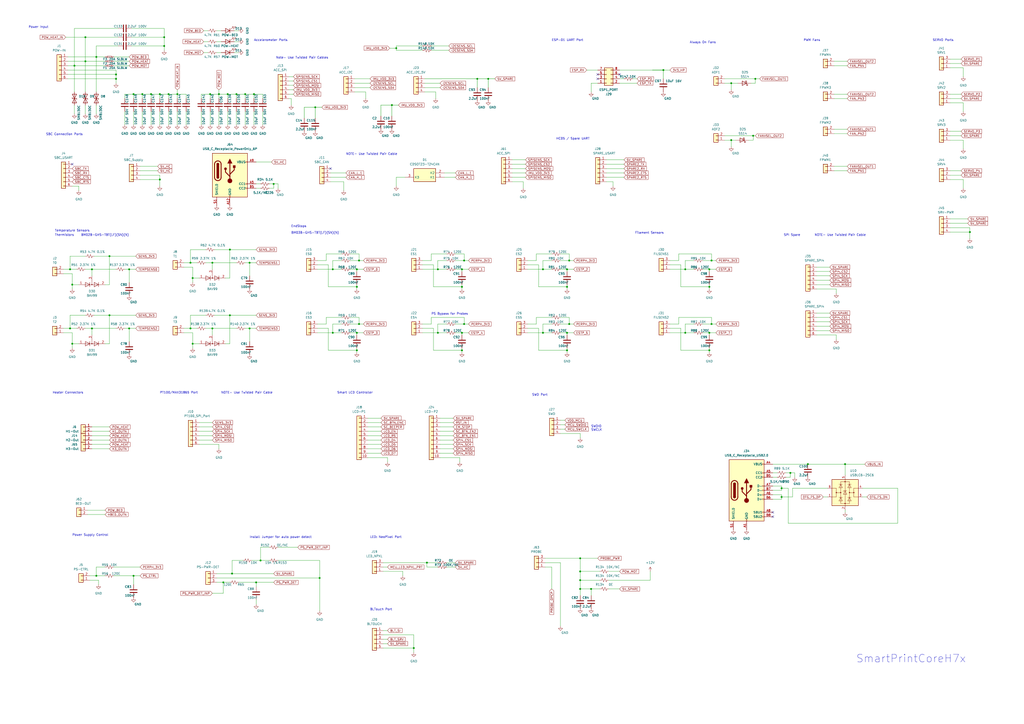
<source format=kicad_sch>
(kicad_sch (version 20230121) (generator eeschema)
  (paper "A2")
  (title_block (title "Ports and Connecting Interfaces") (date "2024-01-18") (rev "1") (company "Boltz R&D") (comment 1 "License: This work is licensed under CC BY-SA 4.0 "))
  (junction (at 148.59 337.82))
  (junction (at 111.76 199.39))
  (junction (at 267.97 203.2))
  (junction (at 254 193.04))
  (junction (at 110.49 152.4))
  (junction (at 411.48 193.04))
  (junction (at 328.93 156.21))
  (junction (at 411.48 166.37))
  (junction (at 111.76 161.29))
  (junction (at 342.9 341.63))
  (junction (at 330.2 187.96))
  (junction (at 424.18 48.26))
  (junction (at 438.15 45.72))
  (junction (at 82.55 54.61))
  (junction (at 314.96 193.04))
  (junction (at 193.04 156.21))
  (junction (at 328.93 203.2))
  (junction (at 144.78 152.4))
  (junction (at 330.2 151.13))
  (junction (at 436.88 78.74))
  (junction (at 412.75 151.13))
  (junction (at 102.87 54.61))
  (junction (at 63.5 148.59))
  (junction (at 207.01 156.21))
  (junction (at 229.87 27.94))
  (junction (at 95.25 21.59))
  (junction (at 132.08 54.61))
  (junction (at 328.93 166.37))
  (junction (at 424.18 81.28))
  (junction (at 269.24 187.96))
  (junction (at 193.04 193.04))
  (junction (at 87.63 54.61))
  (junction (at 208.28 187.96))
  (junction (at 453.39 288.29))
  (junction (at 147.32 54.61))
  (junction (at 92.71 54.61))
  (junction (at 208.28 151.13))
  (junction (at 110.49 190.5))
  (junction (at 134.62 332.74))
  (junction (at 77.47 334.01))
  (junction (at 67.31 45.72))
  (junction (at 53.34 190.5))
  (junction (at 92.71 104.14))
  (junction (at 158.75 106.68))
  (junction (at 207.01 203.2))
  (junction (at 144.78 190.5))
  (junction (at 336.55 341.63))
  (junction (at 40.64 156.21))
  (junction (at 185.42 335.28))
  (junction (at 129.54 337.82))
  (junction (at 53.34 156.21))
  (junction (at 41.91 199.39))
  (junction (at 458.47 274.32))
  (junction (at 397.51 193.04))
  (junction (at 276.86 45.72))
  (junction (at 227.33 60.96))
  (junction (at 411.48 203.2))
  (junction (at 55.88 334.01))
  (junction (at 40.64 190.5))
  (junction (at 123.19 152.4))
  (junction (at 207.01 193.04))
  (junction (at 254 156.21))
  (junction (at 384.81 40.64))
  (junction (at 562.61 134.62))
  (junction (at 267.97 193.04))
  (junction (at 77.47 54.61))
  (junction (at 127 54.61))
  (junction (at 74.93 190.5))
  (junction (at 95.25 26.67))
  (junction (at 267.97 166.37))
  (junction (at 490.22 269.24))
  (junction (at 207.01 166.37))
  (junction (at 397.51 156.21))
  (junction (at 74.93 156.21))
  (junction (at 151.13 325.12))
  (junction (at 412.75 187.96))
  (junction (at 133.35 144.78))
  (junction (at 121.92 54.61))
  (junction (at 453.39 283.21))
  (junction (at 49.53 21.59))
  (junction (at 267.97 156.21))
  (junction (at 142.24 54.61))
  (junction (at 468.63 269.24))
  (junction (at 336.55 323.85))
  (junction (at 67.31 43.18))
  (junction (at 247.65 326.39))
  (junction (at 336.55 336.55))
  (junction (at 123.19 190.5))
  (junction (at 269.24 151.13))
  (junction (at 283.21 45.72))
  (junction (at 49.53 35.56))
  (junction (at 411.48 156.21))
  (junction (at 41.91 165.1))
  (junction (at 328.93 193.04))
  (junction (at 43.18 38.1))
  (junction (at 314.96 156.21))
  (junction (at 97.79 54.61))
  (junction (at 63.5 182.88))
  (junction (at 137.16 54.61))
  (junction (at 55.88 33.02))
  (junction (at 240.03 375.92))
  (junction (at 133.35 182.88))
  (junction (at 182.88 62.23))
  (junction (at 336.55 331.47))
  (no_connect (at 448.31 299.72))
  (no_connect (at 41.91 95.25))
  (no_connect (at 359.41 43.18))
  (no_connect (at 191.77 97.79))
  (no_connect (at 448.31 297.18))
  (no_connect (at 346.71 45.72))
  (no_connect (at 346.71 43.18))
  (wire (pts (xy 53.34 156.21) (xy 67.31 156.21)))
  (wire (pts (xy 67.31 43.18) (xy 67.31 45.72)))
  (wire (pts (xy 483.87 38.1) (xy 491.49 38.1)))
  (wire (pts (xy 558.8 39.37) (xy 558.8 44.45)))
  (wire (pts (xy 110.49 152.4) (xy 106.68 152.4)))
  (wire (pts (xy 377.19 331.47) (xy 377.19 336.55)))
  (wire (pts (xy 424.18 48.26) (xy 427.99 48.26)))
  (wire (pts (xy 247.65 326.39) (xy 254 326.39)))
  (wire (pts (xy 551.18 134.62) (xy 562.61 134.62)))
  (wire (pts (xy 53.34 252.73) (xy 63.5 252.73)))
  (wire (pts (xy 267.97 165.1) (xy 267.97 166.37)))
  (wire (pts (xy 110.49 144.78) (xy 110.49 152.4)))
  (wire (pts (xy 397.51 187.96) (xy 397.51 193.04)))
  (wire (pts (xy 190.5 166.37) (xy 207.01 166.37)))
  (wire (pts (xy 77.47 64.77) (xy 77.47 72.39)))
  (wire (pts (xy 267.97 204.47) (xy 267.97 203.2)))
  (wire (pts (xy 53.34 257.81) (xy 63.5 257.81)))
  (wire (pts (xy 473.71 157.48) (xy 481.33 157.48)))
  (wire (pts (xy 483.87 96.52) (xy 491.49 96.52)))
  (wire (pts (xy 119.38 152.4) (xy 123.19 152.4)))
  (wire (pts (xy 229.87 29.21) (xy 229.87 27.94)))
  (wire (pts (xy 81.28 334.01) (xy 77.47 334.01)))
  (wire (pts (xy 110.49 190.5) (xy 106.68 190.5)))
  (wire (pts (xy 226.06 27.94) (xy 229.87 27.94)))
  (wire (pts (xy 123.19 190.5) (xy 123.19 194.31)))
  (wire (pts (xy 81.28 104.14) (xy 92.71 104.14)))
  (wire (pts (xy 328.93 167.64) (xy 328.93 166.37)))
  (wire (pts (xy 151.13 317.5) (xy 151.13 325.12)))
  (wire (pts (xy 325.12 184.15) (xy 330.2 184.15)))
  (wire (pts (xy 332.74 151.13) (xy 330.2 151.13)))
  (wire (pts (xy 189.23 184.15) (xy 198.12 184.15)))
  (wire (pts (xy 222.25 375.92) (xy 240.03 375.92)))
  (wire (pts (xy 135.89 30.48) (xy 138.43 30.48)))
  (wire (pts (xy 359.41 45.72) (xy 361.95 45.72)))
  (wire (pts (xy 125.73 17.78) (xy 128.27 17.78)))
  (wire (pts (xy 133.35 182.88) (xy 133.35 199.39)))
  (wire (pts (xy 207.01 193.04) (xy 207.01 194.31)) (stroke (width 0.18)))
  (wire (pts (xy 483.87 74.93) (xy 491.49 74.93)))
  (wire (pts (xy 393.7 147.32) (xy 412.75 147.32)))
  (wire (pts (xy 53.34 255.27) (xy 63.5 255.27)))
  (wire (pts (xy 551.18 78.74) (xy 557.53 78.74)))
  (wire (pts (xy 311.15 184.15) (xy 320.04 184.15)))
  (wire (pts (xy 551.18 57.15) (xy 557.53 57.15)))
  (wire (pts (xy 148.59 109.22) (xy 151.13 109.22)))
  (wire (pts (xy 434.34 81.28) (xy 436.88 81.28)))
  (wire (pts (xy 43.18 38.1) (xy 43.18 53.34)))
  (wire (pts (xy 420.37 81.28) (xy 424.18 81.28)))
  (wire (pts (xy 133.35 161.29) (xy 130.81 161.29)))
  (wire (pts (xy 314.96 151.13) (xy 320.04 151.13)))
  (wire (pts (xy 144.78 152.4) (xy 148.59 152.4)))
  (wire (pts (xy 314.96 151.13) (xy 314.96 156.21)))
  (wire (pts (xy 220.98 60.96) (xy 220.98 67.31)) (stroke (width 0.18)))
  (wire (pts (xy 158.75 106.68) (xy 161.29 106.68)))
  (wire (pts (xy 92.71 57.15) (xy 92.71 54.61)))
  (wire (pts (xy 245.11 193.04) (xy 254 193.04)))
  (wire (pts (xy 81.28 99.06) (xy 91.44 99.06)))
  (wire (pts (xy 551.18 34.29) (xy 557.53 34.29)))
  (wire (pts (xy 87.63 64.77) (xy 87.63 72.39)))
  (wire (pts (xy 132.08 54.61) (xy 127 54.61)))
  (wire (pts (xy 269.24 184.15) (xy 269.24 187.96)))
  (wire (pts (xy 271.78 193.04) (xy 267.97 193.04)))
  (wire (pts (xy 500.38 288.29) (xy 502.92 288.29)))
  (wire (pts (xy 77.47 54.61) (xy 77.47 57.15)))
  (wire (pts (xy 40.64 156.21) (xy 36.83 156.21)))
  (wire (pts (xy 147.32 54.61) (xy 147.32 57.15)))
  (wire (pts (xy 148.59 337.82) (xy 158.75 337.82)))
  (wire (pts (xy 490.22 269.24) (xy 501.65 269.24)))
  (wire (pts (xy 562.61 132.08) (xy 562.61 134.62)))
  (wire (pts (xy 255.27 252.73) (xy 262.89 252.73)))
  (wire (pts (xy 74.93 190.5) (xy 74.93 198.12)))
  (wire (pts (xy 397.51 151.13) (xy 397.51 156.21)))
  (wire (pts (xy 336.55 331.47) (xy 347.98 331.47)))
  (wire (pts (xy 137.16 64.77) (xy 137.16 72.39)))
  (wire (pts (xy 193.04 193.04) (xy 198.12 193.04)))
  (wire (pts (xy 246.38 48.26) (xy 255.27 48.26)))
  (wire (pts (xy 367.03 45.72) (xy 369.57 45.72)))
  (wire (pts (xy 176.53 62.23) (xy 176.53 68.58)) (stroke (width 0.18)))
  (wire (pts (xy 473.71 189.23) (xy 481.33 189.23)))
  (wire (pts (xy 184.15 193.04) (xy 193.04 193.04)))
  (wire (pts (xy 393.7 184.15) (xy 412.75 184.15)))
  (wire (pts (xy 72.39 190.5) (xy 74.93 190.5)))
  (wire (pts (xy 485.14 167.64) (xy 485.14 170.18)))
  (wire (pts (xy 251.46 190.5) (xy 251.46 203.2)))
  (wire (pts (xy 332.74 156.21) (xy 328.93 156.21)))
  (wire (pts (xy 473.71 165.1) (xy 481.33 165.1)))
  (wire (pts (xy 240.03 375.92) (xy 240.03 378.46)))
  (wire (pts (xy 123.19 152.4) (xy 123.19 156.21)))
  (wire (pts (xy 81.28 328.93) (xy 66.04 328.93)))
  (wire (pts (xy 107.95 54.61) (xy 102.87 54.61)))
  (wire (pts (xy 336.55 323.85) (xy 336.55 331.47)))
  (wire (pts (xy 55.88 328.93) (xy 55.88 334.01)))
  (wire (pts (xy 111.76 154.94) (xy 111.76 161.29)))
  (wire (pts (xy 67.31 40.64) (xy 67.31 43.18)))
  (wire (pts (xy 224.79 328.93) (xy 222.25 328.93)))
  (wire (pts (xy 210.82 193.04) (xy 207.01 193.04)))
  (wire (pts (xy 190.5 203.2) (xy 207.01 203.2)))
  (wire (pts (xy 161.29 106.68) (xy 161.29 109.22)))
  (wire (pts (xy 68.58 21.59) (xy 49.53 21.59)))
  (wire (pts (xy 193.04 151.13) (xy 193.04 156.21)))
  (wire (pts (xy 123.19 190.5) (xy 137.16 190.5)))
  (wire (pts (xy 134.62 325.12) (xy 140.97 325.12)))
  (wire (pts (xy 106.68 193.04) (xy 111.76 193.04)))
  (wire (pts (xy 40.64 190.5) (xy 36.83 190.5)))
  (wire (pts (xy 222.25 368.3) (xy 240.03 368.3)))
  (wire (pts (xy 50.8 295.91) (xy 60.96 295.91)))
  (wire (pts (xy 448.31 289.56) (xy 453.39 289.56)))
  (wire (pts (xy 312.42 153.67) (xy 312.42 166.37)))
  (wire (pts (xy 49.53 182.88) (xy 40.64 182.88)))
  (wire (pts (xy 66.04 33.02) (xy 74.93 33.02)))
  (wire (pts (xy 167.64 57.15) (xy 168.91 57.15)))
  (wire (pts (xy 52.07 334.01) (xy 55.88 334.01)))
  (wire (pts (xy 63.5 182.88) (xy 78.74 182.88)))
  (wire (pts (xy 156.21 106.68) (xy 158.75 106.68)))
  (wire (pts (xy 551.18 99.06) (xy 557.53 99.06)))
  (wire (pts (xy 304.8 92.71) (xy 297.18 92.71)))
  (wire (pts (xy 185.42 325.12) (xy 185.42 335.28)))
  (wire (pts (xy 142.24 64.77) (xy 142.24 72.39)))
  (wire (pts (xy 347.98 341.63) (xy 342.9 341.63)))
  (wire (pts (xy 411.48 201.93) (xy 411.48 203.2)))
  (wire (pts (xy 142.24 57.15) (xy 142.24 54.61)))
  (wire (pts (xy 412.75 151.13) (xy 407.67 151.13)))
  (wire (pts (xy 144.78 152.4) (xy 144.78 160.02)))
  (wire (pts (xy 111.76 199.39) (xy 115.57 199.39)))
  (wire (pts (xy 359.41 40.64) (xy 384.81 40.64)))
  (wire (pts (xy 124.46 144.78) (xy 133.35 144.78)))
  (wire (pts (xy 254 193.04) (xy 259.08 193.04)))
  (wire (pts (xy 200.66 100.33) (xy 191.77 100.33)))
  (wire (pts (xy 55.88 334.01) (xy 60.96 334.01)))
  (wire (pts (xy 457.2 303.53) (xy 457.2 283.21)))
  (wire (pts (xy 255.27 247.65) (xy 262.89 247.65)))
  (wire (pts (xy 245.11 151.13) (xy 250.19 151.13)))
  (wire (pts (xy 111.76 161.29) (xy 111.76 163.83)))
  (wire (pts (xy 213.36 242.57) (xy 220.98 242.57)))
  (wire (pts (xy 116.84 64.77) (xy 116.84 72.39)))
  (wire (pts (xy 255.27 242.57) (xy 262.89 242.57)))
  (wire (pts (xy 148.59 350.52) (xy 148.59 347.98)))
  (wire (pts (xy 259.08 326.39) (xy 264.16 326.39)))
  (wire (pts (xy 245.11 156.21) (xy 254 156.21)))
  (wire (pts (xy 161.29 325.12) (xy 185.42 325.12)))
  (wire (pts (xy 227.33 60.96) (xy 231.14 60.96)) (stroke (width 0.18)))
  (wire (pts (xy 297.18 100.33) (xy 304.8 100.33)))
  (wire (pts (xy 39.37 40.64) (xy 67.31 40.64)))
  (wire (pts (xy 264.16 100.33) (xy 257.81 100.33)))
  (wire (pts (xy 158.75 109.22) (xy 158.75 106.68)))
  (wire (pts (xy 490.22 269.24) (xy 490.22 275.59)))
  (wire (pts (xy 473.71 191.77) (xy 481.33 191.77)))
  (wire (pts (xy 473.71 186.69) (xy 481.33 186.69)))
  (wire (pts (xy 229.87 26.67) (xy 245.11 26.67)))
  (wire (pts (xy 227.33 60.96) (xy 227.33 67.31)) (stroke (width 0.18)))
  (wire (pts (xy 208.28 147.32) (xy 208.28 151.13)))
  (wire (pts (xy 119.38 190.5) (xy 123.19 190.5)))
  (wire (pts (xy 250.19 151.13) (xy 250.19 147.32)))
  (wire (pts (xy 182.88 62.23) (xy 182.88 68.58)) (stroke (width 0.18)))
  (wire (pts (xy 473.71 154.94) (xy 481.33 154.94)))
  (wire (pts (xy 551.18 76.2) (xy 557.53 76.2)))
  (wire (pts (xy 189.23 147.32) (xy 198.12 147.32)))
  (wire (pts (xy 480.06 283.21) (xy 459.74 283.21)))
  (wire (pts (xy 87.63 54.61) (xy 92.71 54.61)))
  (wire (pts (xy 473.71 194.31) (xy 485.14 194.31)))
  (wire (pts (xy 121.92 57.15) (xy 121.92 54.61)))
  (wire (pts (xy 190.5 190.5) (xy 190.5 203.2)))
  (wire (pts (xy 453.39 281.94) (xy 453.39 283.21)))
  (wire (pts (xy 328.93 193.04) (xy 328.93 194.31)) (stroke (width 0.18)))
  (wire (pts (xy 92.71 101.6) (xy 92.71 104.14)))
  (wire (pts (xy 156.21 109.22) (xy 158.75 109.22)))
  (wire (pts (xy 264.16 193.04) (xy 267.97 193.04)))
  (wire (pts (xy 388.62 190.5) (xy 394.97 190.5)))
  (wire (pts (xy 190.5 153.67) (xy 190.5 166.37)))
  (wire (pts (xy 57.15 336.55) (xy 57.15 339.09)))
  (wire (pts (xy 246.38 53.34) (xy 252.73 53.34)))
  (wire (pts (xy 203.2 156.21) (xy 207.01 156.21)))
  (wire (pts (xy 81.28 101.6) (xy 92.71 101.6)))
  (wire (pts (xy 63.5 148.59) (xy 78.74 148.59)))
  (wire (pts (xy 448.31 274.32) (xy 450.85 274.32)))
  (wire (pts (xy 394.97 153.67) (xy 394.97 166.37)))
  (wire (pts (xy 127 64.77) (xy 127 72.39)))
  (wire (pts (xy 142.24 190.5) (xy 144.78 190.5)))
  (wire (pts (xy 271.78 151.13) (xy 269.24 151.13)))
  (wire (pts (xy 397.51 156.21) (xy 402.59 156.21)))
  (wire (pts (xy 138.43 337.82) (xy 148.59 337.82)))
  (wire (pts (xy 328.93 156.21) (xy 328.93 157.48)) (stroke (width 0.18)))
  (wire (pts (xy 147.32 54.61) (xy 152.4 54.61)))
  (wire (pts (xy 220.98 60.96) (xy 227.33 60.96)) (stroke (width 0.18)))
  (wire (pts (xy 125.73 30.48) (xy 128.27 30.48)))
  (wire (pts (xy 424.18 81.28) (xy 426.72 81.28)))
  (wire (pts (xy 251.46 153.67) (xy 251.46 166.37)))
  (wire (pts (xy 213.36 257.81) (xy 220.98 257.81)))
  (wire (pts (xy 119.38 144.78) (xy 110.49 144.78)))
  (wire (pts (xy 184.15 187.96) (xy 189.23 187.96)))
  (wire (pts (xy 316.23 326.39) (xy 325.12 326.39)))
  (wire (pts (xy 222.25 370.84) (xy 224.79 370.84)))
  (wire (pts (xy 415.29 156.21) (xy 411.48 156.21)))
  (wire (pts (xy 330.2 184.15) (xy 330.2 187.96)))
  (wire (pts (xy 53.34 250.19) (xy 63.5 250.19)))
  (wire (pts (xy 314.96 187.96) (xy 314.96 193.04)))
  (wire (pts (xy 306.07 156.21) (xy 314.96 156.21)))
  (wire (pts (xy 142.24 54.61) (xy 147.32 54.61)))
  (wire (pts (xy 312.42 166.37) (xy 328.93 166.37)))
  (wire (pts (xy 407.67 156.21) (xy 411.48 156.21)))
  (wire (pts (xy 49.53 156.21) (xy 53.34 156.21)))
  (wire (pts (xy 411.48 165.1) (xy 411.48 166.37)))
  (wire (pts (xy 411.48 167.64) (xy 411.48 166.37)))
  (wire (pts (xy 208.28 184.15) (xy 208.28 187.96)))
  (wire (pts (xy 39.37 43.18) (xy 67.31 43.18)))
  (wire (pts (xy 473.71 184.15) (xy 481.33 184.15)))
  (wire (pts (xy 125.73 335.28) (xy 185.42 335.28)))
  (wire (pts (xy 97.79 57.15) (xy 97.79 54.61)))
  (wire (pts (xy 208.28 187.96) (xy 203.2 187.96)))
  (wire (pts (xy 453.39 287.02) (xy 453.39 288.29)))
  (wire (pts (xy 397.51 151.13) (xy 402.59 151.13)))
  (wire (pts (xy 40.64 156.21) (xy 44.45 156.21)))
  (wire (pts (xy 132.08 54.61) (xy 137.16 54.61)))
  (wire (pts (xy 102.87 54.61) (xy 102.87 57.15)))
  (wire (pts (xy 82.55 54.61) (xy 87.63 54.61)))
  (wire (pts (xy 135.89 24.13) (xy 138.43 24.13)))
  (wire (pts (xy 222.25 365.76) (xy 224.79 365.76)))
  (wire (pts (xy 457.2 283.21) (xy 453.39 283.21)))
  (wire (pts (xy 483.87 99.06) (xy 491.49 99.06)))
  (wire (pts (xy 66.04 334.01) (xy 77.47 334.01)))
  (wire (pts (xy 351.79 105.41) (xy 355.6 105.41)))
  (wire (pts (xy 311.15 151.13) (xy 311.15 147.32)))
  (wire (pts (xy 38.1 21.59) (xy 49.53 21.59)))
  (wire (pts (xy 394.97 190.5) (xy 394.97 203.2)))
  (wire (pts (xy 245.11 29.21) (xy 229.87 29.21)))
  (wire (pts (xy 210.82 187.96) (xy 208.28 187.96)))
  (wire (pts (xy 207.01 156.21) (xy 207.01 157.48)) (stroke (width 0.18)))
  (wire (pts (xy 193.04 156.21) (xy 198.12 156.21)))
  (wire (pts (xy 116.84 54.61) (xy 121.92 54.61)))
  (wire (pts (xy 115.57 252.73) (xy 123.19 252.73)))
  (wire (pts (xy 500.38 283.21) (xy 520.7 283.21)))
  (wire (pts (xy 558.8 81.28) (xy 558.8 86.36)))
  (wire (pts (xy 455.93 274.32) (xy 458.47 274.32)))
  (wire (pts (xy 264.16 102.87) (xy 257.81 102.87)))
  (wire (pts (xy 146.05 325.12) (xy 151.13 325.12)))
  (wire (pts (xy 269.24 151.13) (xy 264.16 151.13)))
  (wire (pts (xy 332.74 193.04) (xy 328.93 193.04)))
  (wire (pts (xy 229.87 27.94) (xy 229.87 26.67)))
  (wire (pts (xy 41.91 107.95) (xy 45.72 107.95)))
  (wire (pts (xy 412.75 147.32) (xy 412.75 151.13)))
  (wire (pts (xy 250.19 187.96) (xy 250.19 184.15)))
  (wire (pts (xy 49.53 21.59) (xy 49.53 35.56)))
  (wire (pts (xy 110.49 182.88) (xy 110.49 190.5)))
  (wire (pts (xy 353.06 331.47) (xy 359.41 331.47)))
  (wire (pts (xy 448.31 276.86) (xy 450.85 276.86)))
  (wire (pts (xy 388.62 187.96) (xy 393.7 187.96)))
  (wire (pts (xy 306.07 153.67) (xy 312.42 153.67)))
  (wire (pts (xy 148.59 93.98) (xy 157.48 93.98)))
  (wire (pts (xy 240.03 368.3) (xy 240.03 375.92)))
  (wire (pts (xy 222.25 373.38) (xy 224.79 373.38)))
  (wire (pts (xy 49.53 35.56) (xy 49.53 53.34)))
  (wire (pts (xy 124.46 182.88) (xy 133.35 182.88)))
  (wire (pts (xy 250.19 26.67) (xy 260.35 26.67)))
  (wire (pts (xy 420.37 45.72) (xy 438.15 45.72)))
  (wire (pts (xy 54.61 182.88) (xy 63.5 182.88)))
  (wire (pts (xy 39.37 45.72) (xy 67.31 45.72)))
  (wire (pts (xy 87.63 57.15) (xy 87.63 54.61)))
  (wire (pts (xy 458.47 276.86) (xy 458.47 274.32)))
  (wire (pts (xy 213.36 247.65) (xy 220.98 247.65)))
  (wire (pts (xy 115.57 245.11) (xy 123.19 245.11)))
  (wire (pts (xy 448.31 284.48) (xy 453.39 284.48)))
  (wire (pts (xy 176.53 62.23) (xy 182.88 62.23)) (stroke (width 0.18)))
  (wire (pts (xy 473.71 162.56) (xy 481.33 162.56)))
  (wire (pts (xy 336.55 341.63) (xy 336.55 345.44)))
  (wire (pts (xy 558.8 104.14) (xy 558.8 109.22)))
  (wire (pts (xy 82.55 64.77) (xy 82.55 72.39)))
  (wire (pts (xy 325.12 147.32) (xy 330.2 147.32)))
  (wire (pts (xy 95.25 21.59) (xy 76.2 21.59)))
  (wire (pts (xy 246.38 50.8) (xy 255.27 50.8)))
  (wire (pts (xy 74.93 156.21) (xy 74.93 163.83)))
  (wire (pts (xy 558.8 59.69) (xy 558.8 64.77)))
  (wire (pts (xy 144.78 190.5) (xy 144.78 198.12)))
  (wire (pts (xy 407.67 193.04) (xy 411.48 193.04)))
  (wire (pts (xy 118.11 24.13) (xy 120.65 24.13)) (stroke (width 0.152)))
  (wire (pts (xy 53.34 260.35) (xy 63.5 260.35)))
  (wire (pts (xy 41.91 193.04) (xy 41.91 199.39)))
  (wire (pts (xy 74.93 190.5) (xy 78.74 190.5)))
  (wire (pts (xy 107.95 64.77) (xy 107.95 72.39)))
  (wire (pts (xy 95.25 26.67) (xy 76.2 26.67)))
  (wire (pts (xy 254 156.21) (xy 259.08 156.21)))
  (wire (pts (xy 167.64 52.07) (xy 170.18 52.07)))
  (wire (pts (xy 551.18 101.6) (xy 557.53 101.6)))
  (wire (pts (xy 68.58 16.51) (xy 43.18 16.51)))
  (wire (pts (xy 129.54 344.17) (xy 129.54 337.82)))
  (wire (pts (xy 66.04 38.1) (xy 74.93 38.1)))
  (wire (pts (xy 72.39 57.15) (xy 72.39 54.61)))
  (wire (pts (xy 254 151.13) (xy 259.08 151.13)))
  (wire (pts (xy 95.25 26.67) (xy 95.25 21.59)))
  (wire (pts (xy 210.82 151.13) (xy 208.28 151.13)))
  (wire (pts (xy 355.6 105.41) (xy 355.6 107.95)))
  (wire (pts (xy 72.39 64.77) (xy 72.39 72.39)))
  (wire (pts (xy 115.57 247.65) (xy 123.19 247.65)))
  (wire (pts (xy 459.74 288.29) (xy 453.39 288.29)))
  (wire (pts (xy 213.36 250.19) (xy 220.98 250.19)))
  (wire (pts (xy 336.55 331.47) (xy 336.55 336.55)))
  (wire (pts (xy 125.73 24.13) (xy 128.27 24.13)))
  (wire (pts (xy 264.16 147.32) (xy 269.24 147.32)))
  (wire (pts (xy 314.96 156.21) (xy 320.04 156.21)))
  (wire (pts (xy 314.96 193.04) (xy 320.04 193.04)))
  (wire (pts (xy 53.34 156.21) (xy 53.34 160.02)))
  (wire (pts (xy 207.01 201.93) (xy 207.01 203.2)))
  (wire (pts (xy 199.39 105.41) (xy 199.39 110.49)))
  (wire (pts (xy 448.31 281.94) (xy 453.39 281.94)))
  (wire (pts (xy 106.68 154.94) (xy 111.76 154.94)))
  (wire (pts (xy 336.55 251.46) (xy 336.55 254)))
  (wire (pts (xy 41.91 165.1) (xy 45.72 165.1)))
  (wire (pts (xy 133.35 182.88) (xy 148.59 182.88)))
  (wire (pts (xy 170.18 49.53) (xy 167.64 49.53)))
  (wire (pts (xy 255.27 262.89) (xy 262.89 262.89)))
  (wire (pts (xy 137.16 54.61) (xy 142.24 54.61)))
  (wire (pts (xy 92.71 104.14) (xy 92.71 107.95)))
  (wire (pts (xy 134.62 325.12) (xy 134.62 332.74)))
  (wire (pts (xy 255.27 265.43) (xy 266.7 265.43)))
  (wire (pts (xy 520.7 283.21) (xy 520.7 303.53)))
  (wire (pts (xy 127 52.07) (xy 127 54.61)))
  (wire (pts (xy 184.15 156.21) (xy 193.04 156.21)))
  (wire (pts (xy 283.21 45.72) (xy 283.21 50.8)) (stroke (width 0.18)))
  (wire (pts (xy 551.18 36.83) (xy 557.53 36.83)))
  (wire (pts (xy 306.07 187.96) (xy 311.15 187.96)))
  (wire (pts (xy 388.62 151.13) (xy 393.7 151.13)))
  (wire (pts (xy 361.95 102.87) (xy 351.79 102.87)))
  (wire (pts (xy 304.8 102.87) (xy 297.18 102.87)))
  (wire (pts (xy 39.37 38.1) (xy 43.18 38.1)))
  (wire (pts (xy 259.08 328.93) (xy 264.16 328.93)))
  (wire (pts (xy 320.04 328.93) (xy 320.04 341.63)))
  (wire (pts (xy 63.5 165.1) (xy 60.96 165.1)))
  (wire (pts (xy 424.18 48.26) (xy 424.18 52.07)))
  (wire (pts (xy 133.35 144.78) (xy 148.59 144.78)))
  (wire (pts (xy 110.49 152.4) (xy 114.3 152.4)))
  (wire (pts (xy 397.51 187.96) (xy 402.59 187.96)))
  (wire (pts (xy 347.98 336.55) (xy 336.55 336.55)))
  (wire (pts (xy 473.71 181.61) (xy 481.33 181.61)))
  (wire (pts (xy 207.01 165.1) (xy 207.01 166.37)))
  (wire (pts (xy 118.11 17.78) (xy 120.65 17.78)) (stroke (width 0.152)))
  (wire (pts (xy 316.23 328.93) (xy 320.04 328.93)))
  (wire (pts (xy 193.04 187.96) (xy 193.04 193.04)))
  (wire (pts (xy 170.18 54.61) (xy 167.64 54.61)))
  (wire (pts (xy 473.71 160.02) (xy 481.33 160.02)))
  (wire (pts (xy 49.53 35.56) (xy 60.96 35.56)))
  (wire (pts (xy 55.88 328.93) (xy 60.96 328.93)))
  (wire (pts (xy 182.88 62.23) (xy 186.69 62.23)) (stroke (width 0.18)))
  (wire (pts (xy 41.91 165.1) (xy 41.91 167.64)))
  (wire (pts (xy 95.25 29.21) (xy 95.25 26.67)))
  (wire (pts (xy 72.39 54.61) (xy 77.47 54.61)))
  (wire (pts (xy 438.15 45.72) (xy 440.69 45.72)))
  (wire (pts (xy 353.06 341.63) (xy 359.41 341.63)))
  (wire (pts (xy 129.54 337.82) (xy 133.35 337.82)))
  (wire (pts (xy 458.47 274.32) (xy 461.01 274.32)))
  (wire (pts (xy 342.9 341.63) (xy 336.55 341.63)))
  (wire (pts (xy 213.36 262.89) (xy 220.98 262.89)))
  (wire (pts (xy 151.13 325.12) (xy 156.21 325.12)))
  (wire (pts (xy 255.27 260.35) (xy 262.89 260.35)))
  (wire (pts (xy 193.04 187.96) (xy 198.12 187.96)))
  (wire (pts (xy 184.15 151.13) (xy 189.23 151.13)))
  (wire (pts (xy 328.93 204.47) (xy 328.93 203.2)))
  (wire (pts (xy 483.87 54.61) (xy 491.49 54.61)))
  (wire (pts (xy 97.79 64.77) (xy 97.79 72.39)))
  (wire (pts (xy 49.53 148.59) (xy 40.64 148.59)))
  (wire (pts (xy 412.75 184.15) (xy 412.75 187.96)))
  (wire (pts (xy 148.59 337.82) (xy 148.59 340.36)))
  (wire (pts (xy 95.25 21.59) (xy 95.25 16.51)))
  (wire (pts (xy 455.93 276.86) (xy 458.47 276.86)))
  (wire (pts (xy 342.9 48.26) (xy 342.9 53.34)))
  (wire (pts (xy 49.53 60.96) (xy 49.53 66.04)))
  (wire (pts (xy 205.74 50.8) (xy 214.63 50.8)))
  (wire (pts (xy 551.18 59.69) (xy 558.8 59.69)))
  (wire (pts (xy 411.48 156.21) (xy 411.48 157.48)) (stroke (width 0.18)))
  (wire (pts (xy 361.95 92.71) (xy 351.79 92.71)))
  (wire (pts (xy 210.82 156.21) (xy 207.01 156.21)))
  (wire (pts (xy 77.47 54.61) (xy 82.55 54.61)))
  (wire (pts (xy 267.97 193.04) (xy 267.97 194.31)) (stroke (width 0.18)))
  (wire (pts (xy 245.11 153.67) (xy 251.46 153.67)))
  (wire (pts (xy 40.64 190.5) (xy 44.45 190.5)))
  (wire (pts (xy 39.37 33.02) (xy 55.88 33.02)))
  (wire (pts (xy 411.48 204.47) (xy 411.48 203.2)))
  (wire (pts (xy 203.2 193.04) (xy 207.01 193.04)))
  (wire (pts (xy 250.19 184.15) (xy 269.24 184.15)))
  (wire (pts (xy 342.9 341.63) (xy 342.9 345.44)))
  (wire (pts (xy 148.59 106.68) (xy 151.13 106.68)))
  (wire (pts (xy 39.37 35.56) (xy 49.53 35.56)))
  (wire (pts (xy 453.39 283.21) (xy 453.39 284.48)))
  (wire (pts (xy 255.27 245.11) (xy 262.89 245.11)))
  (wire (pts (xy 377.19 336.55) (xy 353.06 336.55)))
  (wire (pts (xy 55.88 60.96) (xy 55.88 66.04)))
  (wire (pts (xy 436.88 81.28) (xy 436.88 78.74)))
  (wire (pts (xy 250.19 147.32) (xy 259.08 147.32)))
  (wire (pts (xy 312.42 190.5) (xy 312.42 203.2)))
  (wire (pts (xy 255.27 255.27) (xy 262.89 255.27)))
  (wire (pts (xy 102.87 52.07) (xy 102.87 54.61)))
  (wire (pts (xy 384.81 40.64) (xy 378.46 40.64)) (stroke (width 0.18)))
  (wire (pts (xy 325.12 246.38) (xy 327.66 246.38)))
  (wire (pts (xy 207.01 204.47) (xy 207.01 203.2)))
  (wire (pts (xy 459.74 283.21) (xy 459.74 288.29)))
  (wire (pts (xy 111.76 193.04) (xy 111.76 199.39)))
  (wire (pts (xy 127 54.61) (xy 127 57.15)))
  (wire (pts (xy 393.7 151.13) (xy 393.7 147.32)))
  (wire (pts (xy 205.74 45.72) (xy 214.63 45.72)))
  (wire (pts (xy 551.18 127) (xy 561.34 127)))
  (wire (pts (xy 330.2 147.32) (xy 330.2 151.13)))
  (wire (pts (xy 485.14 194.31) (xy 485.14 196.85)))
  (wire (pts (xy 40.64 182.88) (xy 40.64 190.5)))
  (wire (pts (xy 271.78 156.21) (xy 267.97 156.21)))
  (wire (pts (xy 420.37 78.74) (xy 436.88 78.74)))
  (wire (pts (xy 306.07 193.04) (xy 314.96 193.04)))
  (wire (pts (xy 132.08 57.15) (xy 132.08 54.61)))
  (wire (pts (xy 36.83 193.04) (xy 41.91 193.04)))
  (wire (pts (xy 448.31 269.24) (xy 468.63 269.24)))
  (wire (pts (xy 325.12 193.04) (xy 328.93 193.04)))
  (wire (pts (xy 551.18 54.61) (xy 557.53 54.61)))
  (wire (pts (xy 330.2 187.96) (xy 325.12 187.96)))
  (wire (pts (xy 304.8 97.79) (xy 297.18 97.79)))
  (wire (pts (xy 251.46 203.2) (xy 267.97 203.2)))
  (wire (pts (xy 304.8 95.25) (xy 297.18 95.25)))
  (wire (pts (xy 251.46 166.37) (xy 267.97 166.37)))
  (wire (pts (xy 420.37 48.26) (xy 424.18 48.26)))
  (wire (pts (xy 247.65 328.93) (xy 247.65 326.39)))
  (wire (pts (xy 66.04 35.56) (xy 74.93 35.56)))
  (wire (pts (xy 267.97 156.21) (xy 267.97 157.48)) (stroke (width 0.18)))
  (wire (pts (xy 111.76 199.39) (xy 111.76 201.93)))
  (wire (pts (xy 264.16 156.21) (xy 267.97 156.21)))
  (wire (pts (xy 336.55 341.63) (xy 336.55 336.55)))
  (wire (pts (xy 393.7 187.96) (xy 393.7 184.15)))
  (wire (pts (xy 53.34 247.65) (xy 63.5 247.65)))
  (wire (pts (xy 121.92 54.61) (xy 127 54.61)))
  (wire (pts (xy 203.2 147.32) (xy 208.28 147.32)))
  (wire (pts (xy 55.88 33.02) (xy 60.96 33.02)))
  (wire (pts (xy 115.57 257.81) (xy 127 257.81)))
  (wire (pts (xy 168.91 57.15) (xy 168.91 60.96)))
  (wire (pts (xy 133.35 144.78) (xy 133.35 161.29)))
  (wire (pts (xy 303.53 105.41) (xy 303.53 109.22)))
  (wire (pts (xy 53.34 190.5) (xy 53.34 194.31)))
  (wire (pts (xy 551.18 39.37) (xy 558.8 39.37)))
  (wire (pts (xy 170.18 46.99) (xy 167.64 46.99)))
  (wire (pts (xy 311.15 147.32) (xy 320.04 147.32)))
  (wire (pts (xy 102.87 64.77) (xy 102.87 72.39)))
  (wire (pts (xy 213.36 265.43) (xy 224.79 265.43)))
  (wire (pts (xy 43.18 60.96) (xy 43.18 66.04)))
  (wire (pts (xy 222.25 331.47) (xy 233.68 331.47)))
  (wire (pts (xy 92.71 64.77) (xy 92.71 72.39)))
  (wire (pts (xy 361.95 100.33) (xy 351.79 100.33)))
  (wire (pts (xy 97.79 54.61) (xy 102.87 54.61)))
  (wire (pts (xy 49.53 190.5) (xy 53.34 190.5)))
  (wire (pts (xy 41.91 199.39) (xy 45.72 199.39)))
  (wire (pts (xy 189.23 151.13) (xy 189.23 147.32)))
  (wire (pts (xy 205.74 53.34) (xy 212.09 53.34)))
  (wire (pts (xy 312.42 203.2) (xy 328.93 203.2)))
  (wire (pts (xy 229.87 107.95) (xy 229.87 102.87)))
  (wire (pts (xy 411.48 193.04) (xy 411.48 194.31)) (stroke (width 0.18)))
  (wire (pts (xy 213.36 255.27) (xy 220.98 255.27)))
  (wire (pts (xy 388.62 193.04) (xy 397.51 193.04)))
  (wire (pts (xy 246.38 45.72) (xy 276.86 45.72)) (stroke (width 0.18)))
  (wire (pts (xy 551.18 132.08) (xy 562.61 132.08)))
  (wire (pts (xy 328.93 165.1) (xy 328.93 166.37)))
  (wire (pts (xy 477.52 288.29) (xy 480.06 288.29)))
  (wire (pts (xy 483.87 77.47) (xy 491.49 77.47)))
  (wire (pts (xy 63.5 199.39) (xy 60.96 199.39)))
  (wire (pts (xy 134.62 332.74) (xy 158.75 332.74)) (stroke (width 0.16)))
  (wire (pts (xy 551.18 81.28) (xy 558.8 81.28)))
  (wire (pts (xy 191.77 105.41) (xy 199.39 105.41)))
  (wire (pts (xy 127 257.81) (xy 127 260.35)))
  (wire (pts (xy 208.28 151.13) (xy 203.2 151.13)))
  (wire (pts (xy 82.55 57.15) (xy 82.55 54.61)))
  (wire (pts (xy 415.29 187.96) (xy 412.75 187.96)))
  (wire (pts (xy 222.25 326.39) (xy 247.65 326.39)))
  (wire (pts (xy 325.12 156.21) (xy 328.93 156.21)))
  (wire (pts (xy 74.93 156.21) (xy 78.74 156.21)))
  (wire (pts (xy 269.24 147.32) (xy 269.24 151.13)))
  (wire (pts (xy 200.66 102.87) (xy 191.77 102.87)))
  (wire (pts (xy 269.24 187.96) (xy 264.16 187.96)))
  (wire (pts (xy 435.61 48.26) (xy 438.15 48.26)))
  (wire (pts (xy 461.01 274.32) (xy 461.01 276.86)))
  (wire (pts (xy 142.24 152.4) (xy 144.78 152.4)))
  (wire (pts (xy 297.18 105.41) (xy 303.53 105.41)))
  (wire (pts (xy 144.78 190.5) (xy 148.59 190.5)))
  (wire (pts (xy 325.12 251.46) (xy 336.55 251.46)))
  (wire (pts (xy 45.72 107.95) (xy 45.72 110.49)))
  (wire (pts (xy 271.78 187.96) (xy 269.24 187.96)))
  (wire (pts (xy 424.18 81.28) (xy 424.18 85.09)))
  (wire (pts (xy 147.32 64.77) (xy 147.32 72.39)))
  (wire (pts (xy 359.41 48.26) (xy 369.57 48.26)))
  (wire (pts (xy 123.19 152.4) (xy 137.16 152.4)))
  (wire (pts (xy 133.35 199.39) (xy 130.81 199.39)))
  (wire (pts (xy 283.21 45.72) (xy 287.02 45.72)) (stroke (width 0.18)))
  (wire (pts (xy 252.73 53.34) (xy 252.73 57.15)))
  (wire (pts (xy 184.15 190.5) (xy 190.5 190.5)))
  (wire (pts (xy 43.18 38.1) (xy 60.96 38.1)))
  (wire (pts (xy 107.95 57.15) (xy 107.95 54.61)))
  (wire (pts (xy 412.75 187.96) (xy 407.67 187.96)))
  (wire (pts (xy 185.42 335.28) (xy 185.42 354.33)))
  (wire (pts (xy 397.51 193.04) (xy 402.59 193.04)))
  (wire (pts (xy 551.18 129.54) (xy 561.34 129.54)))
  (wire (pts (xy 276.86 45.72) (xy 283.21 45.72)) (stroke (width 0.18)))
  (wire (pts (xy 207.01 167.64) (xy 207.01 166.37)))
  (wire (pts (xy 328.93 201.93) (xy 328.93 203.2)))
  (wire (pts (xy 438.15 48.26) (xy 438.15 45.72)))
  (wire (pts (xy 468.63 269.24) (xy 490.22 269.24)))
  (wire (pts (xy 325.12 243.84) (xy 327.66 243.84)))
  (wire (pts (xy 67.31 45.72) (xy 67.31 48.26)))
  (wire (pts (xy 490.22 295.91) (xy 490.22 297.18)))
  (wire (pts (xy 68.58 26.67) (xy 55.88 26.67)))
  (wire (pts (xy 50.8 298.45) (xy 60.96 298.45)))
  (wire (pts (xy 63.5 148.59) (xy 63.5 165.1)))
  (wire (pts (xy 118.11 30.48) (xy 120.65 30.48)) (stroke (width 0.152)))
  (wire (pts (xy 306.07 190.5) (xy 312.42 190.5)))
  (wire (pts (xy 340.36 40.64) (xy 346.71 40.64)))
  (wire (pts (xy 384.81 40.64) (xy 388.62 40.64)))
  (wire (pts (xy 314.96 187.96) (xy 320.04 187.96)))
  (wire (pts (xy 245.11 190.5) (xy 251.46 190.5)))
  (wire (pts (xy 436.88 78.74) (xy 438.15 78.74)))
  (wire (pts (xy 311.15 187.96) (xy 311.15 184.15)))
  (wire (pts (xy 36.83 158.75) (xy 41.91 158.75)))
  (wire (pts (xy 121.92 64.77) (xy 121.92 72.39)))
  (wire (pts (xy 325.12 326.39) (xy 325.12 363.22)))
  (wire (pts (xy 306.07 151.13) (xy 311.15 151.13)))
  (wire (pts (xy 125.73 337.82) (xy 129.54 337.82)))
  (wire (pts (xy 332.74 187.96) (xy 330.2 187.96)))
  (wire (pts (xy 205.74 48.26) (xy 214.63 48.26)))
  (wire (pts (xy 125.73 332.74) (xy 134.62 332.74)) (stroke (width 0.16)))
  (wire (pts (xy 77.47 334.01) (xy 77.47 339.09)) (stroke (width 0.18)))
  (wire (pts (xy 63.5 182.88) (xy 63.5 199.39)))
  (wire (pts (xy 342.9 48.26) (xy 346.71 48.26)))
  (wire (pts (xy 551.18 104.14) (xy 558.8 104.14)))
  (wire (pts (xy 213.36 245.11) (xy 220.98 245.11)))
  (wire (pts (xy 245.11 187.96) (xy 250.19 187.96)))
  (wire (pts (xy 388.62 153.67) (xy 394.97 153.67)))
  (wire (pts (xy 453.39 288.29) (xy 453.39 289.56)))
  (wire (pts (xy 170.18 44.45) (xy 167.64 44.45)))
  (wire (pts (xy 119.38 182.88) (xy 110.49 182.88)))
  (wire (pts (xy 254 187.96) (xy 254 193.04)))
  (wire (pts (xy 41.91 199.39) (xy 41.91 201.93)))
  (wire (pts (xy 483.87 35.56) (xy 491.49 35.56)))
  (wire (pts (xy 267.97 167.64) (xy 267.97 166.37)))
  (wire (pts (xy 394.97 203.2) (xy 411.48 203.2)))
  (wire (pts (xy 123.19 344.17) (xy 129.54 344.17)))
  (wire (pts (xy 213.36 260.35) (xy 220.98 260.35)))
  (wire (pts (xy 43.18 16.51) (xy 43.18 38.1)))
  (wire (pts (xy 361.95 97.79) (xy 351.79 97.79)))
  (wire (pts (xy 267.97 201.93) (xy 267.97 203.2)))
  (wire (pts (xy 388.62 156.21) (xy 397.51 156.21)))
  (wire (pts (xy 255.27 250.19) (xy 262.89 250.19)))
  (wire (pts (xy 81.28 96.52) (xy 91.44 96.52)))
  (wire (pts (xy 325.12 248.92) (xy 327.66 248.92)))
  (wire (pts (xy 224.79 265.43) (xy 224.79 267.97)))
  (wire (pts (xy 254 328.93) (xy 247.65 328.93)))
  (wire (pts (xy 55.88 26.67) (xy 55.88 33.02)))
  (wire (pts (xy 115.57 250.19) (xy 123.19 250.19)))
  (wire (pts (xy 473.71 167.64) (xy 485.14 167.64)))
  (wire (pts (xy 193.04 151.13) (xy 198.12 151.13)))
  (wire (pts (xy 156.21 317.5) (xy 151.13 317.5)))
  (wire (pts (xy 336.55 323.85) (xy 316.23 323.85)))
  (wire (pts (xy 384.81 40.64) (xy 384.81 45.72)) (stroke (width 0.18)))
  (wire (pts (xy 161.29 317.5) (xy 172.72 317.5)))
  (wire (pts (xy 213.36 252.73) (xy 220.98 252.73)))
  (wire (pts (xy 250.19 29.21) (xy 260.35 29.21)))
  (wire (pts (xy 254 187.96) (xy 259.08 187.96)))
  (wire (pts (xy 330.2 151.13) (xy 325.12 151.13)))
  (wire (pts (xy 415.29 151.13) (xy 412.75 151.13)))
  (wire (pts (xy 266.7 265.43) (xy 266.7 267.97)))
  (wire (pts (xy 115.57 255.27) (xy 123.19 255.27)))
  (wire (pts (xy 95.25 16.51) (xy 76.2 16.51)))
  (wire (pts (xy 116.84 57.15) (xy 116.84 54.61)))
  (wire (pts (xy 233.68 331.47) (xy 233.68 334.01)))
  (wire (pts (xy 255.27 257.81) (xy 262.89 257.81)))
  (wire (pts (xy 483.87 57.15) (xy 491.49 57.15)))
  (wire (pts (xy 92.71 54.61) (xy 97.79 54.61)))
  (wire (pts (xy 53.34 190.5) (xy 67.31 190.5)))
  (wire (pts (xy 52.07 336.55) (xy 57.15 336.55)))
  (wire (pts (xy 415.29 193.04) (xy 411.48 193.04)))
  (wire (pts (xy 212.09 53.34) (xy 212.09 57.15)))
  (wire (pts (xy 132.08 64.77) (xy 132.08 72.39)))
  (wire (pts (xy 40.64 148.59) (xy 40.64 156.21)))
  (wire (pts (xy 137.16 57.15) (xy 137.16 54.61)))
  (wire (pts (xy 152.4 57.15) (xy 152.4 54.61)))
  (wire (pts (xy 55.88 33.02) (xy 55.88 53.34)))
  (wire (pts (xy 448.31 287.02) (xy 453.39 287.02)))
  (wire (pts (xy 254 151.13) (xy 254 156.21)))
  (wire (pts (xy 41.91 158.75) (xy 41.91 165.1)))
  (wire (pts (xy 229.87 102.87) (xy 234.95 102.87)))
  (wire (pts (xy 152.4 64.77) (xy 152.4 72.39)))
  (wire (pts (xy 361.95 95.25) (xy 351.79 95.25)))
  (wire (pts (xy 394.97 166.37) (xy 411.48 166.37)))
  (wire (pts (xy 562.61 134.62) (xy 562.61 138.43)))
  (wire (pts (xy 189.23 187.96) (xy 189.23 184.15)))
  (wire (pts (xy 203.2 184.15) (xy 208.28 184.15)))
  (wire (pts (xy 135.89 17.78) (xy 138.43 17.78)))
  (wire (pts (xy 184.15 153.67) (xy 190.5 153.67)))
  (wire (pts (xy 54.61 148.59) (xy 63.5 148.59)))
  (wire (pts (xy 111.76 161.29) (xy 115.57 161.29)))
  (wire (pts (xy 336.55 323.85) (xy 346.71 323.85)))
  (wire (pts (xy 457.2 303.53) (xy 520.7 303.53)))
  (wire (pts (xy 72.39 156.21) (xy 74.93 156.21)))
  (wire (pts (xy 276.86 45.72) (xy 276.86 50.8)) (stroke (width 0.18)))
  (wire (pts (xy 110.49 190.5) (xy 114.3 190.5)))
  (text "PWM Fans" (at 466.09 24.13 0) (effects (font (size 1.27 1.27)) (justify left bottom)))
  (text "SPI Spare" (at 454.66 137.16 0) (effects (font (size 1.27 1.27)) (justify left bottom)))
  (text "SWDIO\nSWCLK" (at 342.9 250.19 0) (effects (font (size 1.27 1.27)) (justify left bottom)))
  (text "SWD Port" (at 308.61 229.87 0) (effects (font (size 1.27 1.27)) (justify left bottom)))
  (text "SmartPrintCoreH7x" (at 496.57 384.81 0) (effects (font (size 4.5 4.5)) (justify left bottom)))
  (text "Heater Connectors" (at 30.48 228.6 0) (effects (font (size 1.27 1.27)) (justify left bottom)))
  (text "NOTE- Use Twisted Pair Cable" (at 200.66 90.17 0) (effects (font (size 1.27 1.27)) (justify left bottom)))
  (text "NOTE- Use Twisted Pair Cable" (at 128.27 228.6 0) (effects (font (size 1.27 1.27)) (justify left bottom)))
  (text "BLTouch Port" (at 214.63 354.33 0) (effects (font (size 1.27 1.27)) (justify left bottom)))
  (text "Power Input" (at 16.51 16.51 0) (effects (font (size 1.27 1.27)) (justify left bottom)))
  (text "Always On Fans" (at 400.05 25.4 0) (effects (font (size 1.27 1.27)) (justify left bottom)))
  (text "Power Supply Control" (at 41.91 311.15 0) (effects (font (size 1.27 1.27)) (justify left bottom)))
  (text "HC05 / Spare UART" (at 322.58 81.28 0) (effects (font (size 1.27 1.27)) (justify left bottom)))
  (text "Thermistors" (at 31.75 137.16 0) (effects (font (size 1.27 1.27)) (justify left bottom)))
  (text "LED: NeoPixel Port" (at 214.63 312.42 0) (effects (font (size 1.27 1.27)) (justify left bottom)))
  (text "Smart LCD Controller" (at 195.58 228.6 0) (effects (font (size 1.27 1.27)) (justify left bottom)))
  (text "Filament Sensors" (at 368.3 135.89 0) (effects (font (size 1.27 1.27)) (justify left bottom)))
  (text "PT100/MAX31865 Port" (at 92.71 228.6 0) (effects (font (size 1.27 1.27)) (justify left bottom)))
  (text "BM02B-GHS-TBT(LF)(SN)(N)" (at 46.99 137.16 0) (effects (font (size 1.27 1.27)) (justify left bottom)))
  (text "Accelerometer Ports" (at 147.32 24.13 0) (effects (font (size 1.27 1.27)) (justify left bottom)))
  (text "Temperature Sensors" (at 31.75 134.62 0) (effects (font (size 1.27 1.27)) (justify left bottom)))
  (text "SBC Connection Ports" (at 26.67 78.74 0) (effects (font (size 1.27 1.27)) (justify left bottom)))
  (text "Note- Use Twisted Pair Cables" (at 160.02 34.29 0) (effects (font (size 1.27 1.27)) (justify left bottom)))
  (text "ESP-01 UART Port" (at 320.04 24.13 0) (effects (font (size 1.27 1.27)) (justify left bottom)))
  (text "NOTE- Use Twisted Pair Cable" (at 472.44 137.16 0) (effects (font (size 1.27 1.27)) (justify left bottom)))
  (text "SERVO Ports" (at 541.02 24.13 0) (effects (font (size 1.27 1.27)) (justify left bottom)))
  (text "EndStops" (at 168.91 132.08 0) (effects (font (size 1.27 1.27)) (justify left bottom)))
  (text "Install Jumper for auto power detect" (at 144.78 312.42 0) (effects (font (size 1.27 1.27)) (justify left bottom)))
  (text "PS Bypass for Probes" (at 250.19 182.88 0) (effects (font (size 1.27 1.27)) (justify left bottom)))
  (text "BM03B-GHS-TBT(LF)(SN)(N)" (at 168.91 135.89 0) (effects (font (size 1.27 1.27)) (justify left bottom)))
  (global_label "FANVSEL_OUT2" (shape input) (at 491.49 35.56 0) (property "Intersheetrefs" "${INTERSHEET_REFS}" (effects hide)))
  (global_label "POW_BED" (shape input) (at 74.93 33.02 0) (property "Intersheetrefs" "${INTERSHEET_REFS}" (effects hide)))
  (global_label "MCU_LED_NPXL_PRT" (shape input) (at 224.79 328.93 0) (property "Intersheetrefs" "${INTERSHEET_REFS}" (effects hide)))
  (global_label "SPI4_CS1" (shape input) (at 481.33 184.15 0) (property "Intersheetrefs" "${INTERSHEET_REFS}" (effects hide)))
  (global_label "IMU_VDD_3V3" (shape input) (at 226.06 27.94 180) (property "Intersheetrefs" "${INTERSHEET_REFS}" (effects hide)))
  (global_label "PERPH_3V3" (shape input) (at 210.82 151.13 0) (property "Intersheetrefs" "${INTERSHEET_REFS}" (effects hide)))
  (global_label "MCU_SWCLK" (shape input) (at 327.66 248.92 0) (property "Intersheetrefs" "${INTERSHEET_REFS}" (effects hide)))
  (global_label "MCU_SWDIO" (shape input) (at 327.66 246.38 0) (property "Intersheetrefs" "${INTERSHEET_REFS}" (effects hide)))
  (global_label "5V_SPARE" (shape input) (at 561.34 127 0) (property "Intersheetrefs" "${INTERSHEET_REFS}" (effects hide)))
  (global_label "ESTP_0" (shape input) (at 210.82 156.21 0) (property "Intersheetrefs" "${INTERSHEET_REFS}" (effects hide)))
  (global_label "SPI4_SCK" (shape input) (at 123.19 250.19 0) (property "Intersheetrefs" "${INTERSHEET_REFS}" (effects hide)))
  (global_label "ESTP_7" (shape input) (at 415.29 193.04 0) (property "Intersheetrefs" "${INTERSHEET_REFS}" (effects hide)))
  (global_label "SPI4_MOSI" (shape input) (at 123.19 252.73 0) (property "Intersheetrefs" "${INTERSHEET_REFS}" (effects hide)))
  (global_label "ESTP_3" (shape input) (at 210.82 193.04 0) (property "Intersheetrefs" "${INTERSHEET_REFS}" (effects hide)))
  (global_label "SPI4_MOSI" (shape input) (at 481.33 162.56 0) (property "Intersheetrefs" "${INTERSHEET_REFS}" (effects hide)))
  (global_label "POW_MOT" (shape input) (at 359.41 331.47 0) (property "Intersheetrefs" "${INTERSHEET_REFS}" (effects hide)))
  (global_label "TEMPSENS2" (shape input) (at 78.74 190.5 0) (property "Intersheetrefs" "${INTERSHEET_REFS}" (effects hide)))
  (global_label "SPARE2_TX" (shape input) (at 361.95 95.25 0) (property "Intersheetrefs" "${INTERSHEET_REFS}" (effects hide)))
  (global_label "IMU_VDD_3V3" (shape input) (at 186.69 62.23 0) (property "Intersheetrefs" "${INTERSHEET_REFS}" (effects hide)))
  (global_label "SPI4_MISO" (shape input) (at 481.33 165.1 0) (property "Intersheetrefs" "${INTERSHEET_REFS}" (effects hide)))
  (global_label "SPI4_MOSI" (shape input) (at 481.33 189.23 0) (property "Intersheetrefs" "${INTERSHEET_REFS}" (effects hide)))
  (global_label "FANVSEL_OUT1" (shape input) (at 491.49 96.52 0) (property "Intersheetrefs" "${INTERSHEET_REFS}" (effects hide)))
  (global_label "RST_IN" (shape input) (at 262.89 245.11 0) (property "Intersheetrefs" "${INTERSHEET_REFS}" (effects hide)))
  (global_label "ESTP_2" (shape input) (at 332.74 156.21 0) (property "Intersheetrefs" "${INTERSHEET_REFS}" (effects hide)))
  (global_label "IMU_VDD_3V3" (shape input) (at 304.8 100.33 0) (property "Intersheetrefs" "${INTERSHEET_REFS}" (effects hide)))
  (global_label "5V_SPARE" (shape input) (at 481.33 154.94 0) (property "Intersheetrefs" "${INTERSHEET_REFS}" (effects hide)))
  (global_label "SC_BEEPER" (shape input) (at 220.98 247.65 0) (property "Intersheetrefs" "${INTERSHEET_REFS}" (effects hide)))
  (global_label "TEMPSENS1" (shape input) (at 148.59 152.4 0) (property "Intersheetrefs" "${INTERSHEET_REFS}" (effects hide)))
  (global_label "ESTP_6" (shape input) (at 415.29 156.21 0) (property "Intersheetrefs" "${INTERSHEET_REFS}" (effects hide)))
  (global_label "ESTP_4" (shape input) (at 271.78 193.04 0) (property "Intersheetrefs" "${INTERSHEET_REFS}" (effects hide)))
  (global_label "CAN_H_1" (shape input) (at 264.16 102.87 0) (property "Intersheetrefs" "${INTERSHEET_REFS}" (effects hide)))
  (global_label "SC_BTN_EN1" (shape input) (at 262.89 252.73 0) (property "Intersheetrefs" "${INTERSHEET_REFS}" (effects hide)))
  (global_label "LCD_D7" (shape input) (at 220.98 262.89 0) (property "Intersheetrefs" "${INTERSHEET_REFS}" (effects hide)))
  (global_label "POW_HEAT_IN" (shape input) (at 102.87 52.07 90) (property "Intersheetrefs" "${INTERSHEET_REFS}" (effects hide)))
  (global_label "I2CSENS_SCL" (shape input) (at 260.35 26.67 0) (property "Intersheetrefs" "${INTERSHEET_REFS}" (effects hide)))
  (global_label "5V_SPARE" (shape input) (at 361.95 92.71 0) (property "Intersheetrefs" "${INTERSHEET_REFS}" (effects hide)))
  (global_label "ESTP_5" (shape input) (at 332.74 193.04 0) (property "Intersheetrefs" "${INTERSHEET_REFS}" (effects hide)))
  (global_label "SENS_3V3" (shape input) (at 148.59 144.78 0) (property "Intersheetrefs" "${INTERSHEET_REFS}" (effects hide)))
  (global_label "5V_HC" (shape input) (at 264.16 328.93 0) (property "Intersheetrefs" "${INTERSHEET_REFS}" (effects hide)))
  (global_label "SPISENS_MISO" (shape input) (at 304.8 102.87 0) (property "Intersheetrefs" "${INTERSHEET_REFS}" (effects hide)))
  (global_label "SENS_3V3" (shape input) (at 148.59 182.88 0) (property "Intersheetrefs" "${INTERSHEET_REFS}" (effects hide)))
  (global_label "POW_HEAT_IN" (shape input) (at 38.1 21.59 180) (property "Intersheetrefs" "${INTERSHEET_REFS}" (effects hide)))
  (global_label "SPISENS_MOSI" (shape input) (at 170.18 49.53 0) (property "Intersheetrefs" "${INTERSHEET_REFS}" (effects hide)))
  (global_label "H1_OUTN" (shape input) (at 63.5 250.19 0) (property "Intersheetrefs" "${INTERSHEET_REFS}" (effects hide)))
  (global_label "I2CSENS_SDA" (shape input) (at 255.27 50.8 0) (property "Intersheetrefs" "${INTERSHEET_REFS}" (effects hide)))
  (global_label "SBC_RX" (shape input) (at 41.91 100.33 0) (property "Intersheetrefs" "${INTERSHEET_REFS}" (effects hide)))
  (global_label "POW_BED" (shape input) (at 118.11 17.78 180) (property "Intersheetrefs" "${INTERSHEET_REFS}" (effects hide)))
  (global_label "PS_PWR_DET_INP" (shape input) (at 123.19 344.17 180) (property "Intersheetrefs" "${INTERSHEET_REFS}" (effects hide)))
  (global_label "CAN_H_1" (shape input) (at 200.66 102.87 0) (property "Intersheetrefs" "${INTERSHEET_REFS}" (effects hide)))
  (global_label "LCD_EN" (shape input) (at 220.98 250.19 0) (property "Intersheetrefs" "${INTERSHEET_REFS}" (effects hide)))
  (global_label "I2CSENS_SDA" (shape input) (at 214.63 50.8 0) (property "Intersheetrefs" "${INTERSHEET_REFS}" (effects hide)))
  (global_label "LCD_RS" (shape input) (at 220.98 252.73 0) (property "Intersheetrefs" "${INTERSHEET_REFS}" (effects hide)))
  (global_label "FANVSEL_OUT1" (shape input) (at 491.49 74.93 0) (property "Intersheetrefs" "${INTERSHEET_REFS}" (effects hide)))
  (global_label "PS_PWR_DET_INP" (shape input) (at 172.72 317.5 0) (property "Intersheetrefs" "${INTERSHEET_REFS}" (effects hide)))
  (global_label "POW_HEAT" (shape input) (at 63.5 257.81 0) (property "Intersheetrefs" "${INTERSHEET_REFS}" (effects hide)))
  (global_label "PROBE_PWR" (shape input) (at 346.71 323.85 0) (property "Intersheetrefs" "${INTERSHEET_REFS}" (effects hide)))
  (global_label "5V_SPARE" (shape input) (at 557.53 57.15 0) (property "Intersheetrefs" "${INTERSHEET_REFS}" (effects hide)))
  (global_label "BLT_SRV" (shape input) (at 224.79 370.84 0) (property "Intersheetrefs" "${INTERSHEET_REFS}" (effects hide)))
  (global_label "SPI4_CS2" (shape input) (at 481.33 157.48 0) (property "Intersheetrefs" "${INTERSHEET_REFS}" (effects hide)))
  (global_label "OTG_FS_DP" (shape input) (at 477.52 288.29 180) (property "Intersheetrefs" "${INTERSHEET_REFS}" (effects hide)))
  (global_label "H3_OUTN" (shape input) (at 63.5 260.35 0) (property "Intersheetrefs" "${INTERSHEET_REFS}" (effects hide)))
  (global_label "POW_BED" (shape input) (at 60.96 295.91 0) (property "Intersheetrefs" "${INTERSHEET_REFS}" (effects hide)))
  (global_label "3V3_HP" (shape input) (at 388.62 40.64 0) (property "Intersheetrefs" "${INTERSHEET_REFS}" (effects hide)))
  (global_label "I2CSENS_SDA" (shape input) (at 260.35 29.21 0) (property "Intersheetrefs" "${INTERSHEET_REFS}" (effects hide)))
  (global_label "BLT_SI" (shape input) (at 224.79 365.76 0) (property "Intersheetrefs" "${INTERSHEET_REFS}" (effects hide)))
  (global_label "POW_MOT" (shape input) (at 118.11 30.48 180) (property "Intersheetrefs" "${INTERSHEET_REFS}" (effects hide)))
  (global_label "SPI4_MOSI" (shape input) (at 262.89 260.35 0) (property "Intersheetrefs" "${INTERSHEET_REFS}" (effects hide)))
  (global_label "SC_BTN_EN2" (shape input) (at 262.89 250.19 0) (property "Intersheetrefs" "${INTERSHEET_REFS}" (effects hide)))
  (global_label "SPI4_MISO" (shape input) (at 262.89 262.89 0) (property "Intersheetrefs" "${INTERSHEET_REFS}" (effects hide)))
  (global_label "SENS_3V3" (shape input) (at 78.74 182.88 0) (property "Intersheetrefs" "${INTERSHEET_REFS}" (effects hide)))
  (global_label "5V_SPARE" (shape input) (at 561.34 129.54 0) (property "Intersheetrefs" "${INTERSHEET_REFS}" (effects hide)))
  (global_label "EM_STOP" (shape input) (at 262.89 247.65 0) (property "Intersheetrefs" "${INTERSHEET_REFS}" (effects hide)))
  (global_label "ESTP_1" (shape input) (at 271.78 156.21 0) (property "Intersheetrefs" "${INTERSHEET_REFS}" (effects hide)))
  (global_label "PS_PWR_DET" (shape input) (at 158.75 337.82 0) (property "Intersheetrefs" "${INTERSHEET_REFS}" (effects hide)))
  (global_label "FANVSEL_OUT1" (shape input) (at 440.69 45.72 0) (property "Intersheetrefs" "${INTERSHEET_REFS}" (effects hide)))
  (global_label "CAN_L_1" (shape input) (at 264.16 100.33 0) (property "Intersheetrefs" "${INTERSHEET_REFS}" (effects hide)))
  (global_label "SPI4_MISO" (shape input) (at 123.19 255.27 0) (property "Intersheetrefs" "${INTERSHEET_REFS}" (effects hide)))
  (global_label "5V_HC" (shape input) (at 91.44 96.52 0) (property "Intersheetrefs" "${INTERSHEET_REFS}" (effects hide)))
  (global_label "ESP_PD" (shape input) (at 369.57 45.72 0) (property "Intersheetrefs" "${INTERSHEET_REFS}" (effects hide)))
  (global_label "PERPH_3V3" (shape input) (at 210.82 187.96 0) (property "Intersheetrefs" "${INTERSHEET_REFS}" (effects hide)))
  (global_label "TEMPSENS3" (shape input) (at 148.59 190.5 0) (property "Intersheetrefs" "${INTERSHEET_REFS}" (effects hide)))
  (global_label "OTG_FS_DN" (shape input) (at 502.92 288.29 0) (property "Intersheetrefs" "${INTERSHEET_REFS}" (effects hide)))
  (global_label "IMU_VDD_3V3" (shape input) (at 231.14 60.96 0) (property "Intersheetrefs" "${INTERSHEET_REFS}" (effects hide)))
  (global_label "SPISENS_CS2" (shape input) (at 304.8 95.25 0) (property "Intersheetrefs" "${INTERSHEET_REFS}" (effects hide)))
  (global_label "PS_CTRL" (shape input) (at 81.28 334.01 0) (property "Intersheetrefs" "${INTERSHEET_REFS}" (effects hide)))
  (global_label "LCD_D6" (shape input) (at 220.98 260.35 0) (property "Intersheetrefs" "${INTERSHEET_REFS}" (effects hide)))
  (global_label "VBUS_IN" (shape input) (at 501.65 269.24 0) (property "Intersheetrefs" "${INTERSHEET_REFS}" (effects hide)))
  (global_label "LCD_D4" (shape input) (at 220.98 255.27 0) (property "Intersheetrefs" "${INTERSHEET_REFS}" (effects hide)))
  (global_label "SPISENS_SCK" (shape input) (at 170.18 44.45 0) (property "Intersheetrefs" "${INTERSHEET_REFS}" (effects hide)))
  (global_label "SPI4_SCK" (shape input) (at 481.33 160.02 0) (property "Intersheetrefs" "${INTERSHEET_REFS}" (effects hide)))
  (global_label "FAN_PN4" (shape input) (at 491.49 38.1 0) (property "Intersheetrefs" "${INTERSHEET_REFS}" (effects hide)))
  (global_label "SPI4_MISO" (shape input) (at 481.33 191.77 0) (property "Intersheetrefs" "${INTERSHEET_REFS}" (effects hide)))
  (global_label "FANVSEL_OUT2" (shape input) (at 491.49 54.61 0) (property "Intersheetrefs" "${INTERSHEET_REFS}" (effects hide)))
  (global_label "SPI4_CS0" (shape input) (at 123.19 247.65 0) (property "Intersheetrefs" "${INTERSHEET_REFS}" (effects hide)))
  (global_label "PERPH_3V3" (shape input) (at 415.29 151.13 0) (property "Intersheetrefs" "${INTERSHEET_REFS}" (effects hide)))
  (global_label "SC_BTN_ENC" (shape input) (at 220.98 245.11 0) (property "Intersheetrefs" "${INTERSHEET_REFS}" (effects hide)))
  (global_label "FAN_PN1" (shape input) (at 491.49 99.06 0) (property "Intersheetrefs" "${INTERSHEET_REFS}" (effects hide)))
  (global_label "PERPH_3V3" (shape input) (at 332.74 187.96 0) (property "Intersheetrefs" "${INTERSHEET_REFS}" (effects hide)))
  (global_label "PERPH_3V3" (shape input) (at 271.78 187.96 0) (property "Intersheetrefs" "${INTERSHEET_REFS}" (effects hide)))
  (global_label "SBC_RTS" (shape input) (at 41.91 105.41 0) (property "Intersheetrefs" "${INTERSHEET_REFS}" (effects hide)))
  (global_label "POW_MOT" (shape input) (at 127 52.07 90) (property "Intersheetrefs" "${INTERSHEET_REFS}" (effects hide)))
  (global_label "5V_SPARE" (shape input) (at 158.75 332.74 0) (property "Intersheetrefs" "${INTERSHEET_REFS}" (effects hide)))
  (global_label "5V_HC" (shape input) (at 157.48 93.98 0) (property "Intersheetrefs" "${INTERSHEET_REFS}" (effects hide)))
  (global_label "PROBE_OPCP" (shape input) (at 320.04 341.63 270) (property "Intersheetrefs" "${INTERSHEET_REFS}" (effects hide)))
  (global_label "FAN_PN2" (shape input) (at 491.49 77.47 0) (property "Intersheetrefs" "${INTERSHEET_REFS}" (effects hide)))
  (global_label "SPISENS_SCK" (shape input) (at 304.8 92.71 0) (property "Intersheetrefs" "${INTERSHEET_REFS}" (effects hide)))
  (global_label "IMU_VDD_3V3" (shape input) (at 170.18 52.07 0) (property "Intersheetrefs" "${INTERSHEET_REFS}" (effects hide)))
  (global_label "SBC_CTS" (shape input) (at 41.91 102.87 0) (property "Intersheetrefs" "${INTERSHEET_REFS}" (effects hide)))
  (global_label "CAN_L_1" (shape input) (at 200.66 100.33 0) (property "Intersheetrefs" "${INTERSHEET_REFS}" (effects hide)))
  (global_label "5V_SPARE" (shape input) (at 359.41 341.63 0) (property "Intersheetrefs" "${INTERSHEET_REFS}" (effects hide)))
  (global_label "5V_SPARE" (shape input) (at 481.33 181.61 0) (property "Intersheetrefs" "${INTERSHEET_REFS}" (effects hide)))
  (global_label "TEMPSENS0" (shape input) (at 78.74 156.21 0) (property "Intersheetrefs" "${INTERSHEET_REFS}" (effects hide)))
  (global_label "POW_HEAT" (shape input) (at 63.5 252.73 0) (property "Intersheetrefs" "${INTERSHEET_REFS}" (effects hide)))
  (global_label "SERVO_P3" (shape input) (at 557.53 76.2 0) (property "Intersheetrefs" "${INTERSHEET_REFS}" (effects hide)))
  (global_label "ESP_RX" (shape input) (at 340.36 40.64 180) (property "Intersheetrefs" "${INTERSHEET_REFS}" (effects hide)))
  (global_label "SERVO_P1" (shape input) (at 557.53 34.29 0) (property "Intersheetrefs" "${INTERSHEET_REFS}" (effects hide)))
  (global_label "PERPH_3V3" (shape input) (at 271.78 151.13 0) (property "Intersheetrefs" "${INTERSHEET_REFS}" (effects hide)))
  (global_label "FANVSEL_OUT2" (shape input) (at 438.15 78.74 0) (property "Intersheetrefs" "${INTERSHEET_REFS}" (effects hide)))
  (global_label "POW_HEAT" (shape input) (at 118.11 24.13 180) (property "Intersheetrefs" "${INTERSHEET_REFS}" (effects hide)))
  (global_label "SERVO_P4" (shape input) (at 557.53 99.06 0) (property "Intersheetrefs" "${INTERSHEET_REFS}" (effects hide)))
  (global_label "SPISENS_MISO" (shape input) (at 170.18 54.61 0) (property "Intersheetrefs" "${INTERSHEET_REFS}" (effects hide)))
  (global_label "SPARE2_CTS" (shape input) (at 361.95 100.33 0) (property "Intersheetrefs" "${INTERSHEET_REFS}" (effects hide)))
  (global_label "SPARE2_RX" (shape input) (at 361.95 97.79 0) (property "Intersheetrefs" "${INTERSHEET_REFS}" (effects hide)))
  (global_label "SPI4_SCK" (shape input) (at 481.33 186.69 0) (property "Intersheetrefs" "${INTERSHEET_REFS}" (effects hide)))
  (global_label "PERPH_3V3" (shape input) (at 81.28 328.93 0) (property "Intersheetrefs" "${INTERSHEET_REFS}" (effects hide)))
  (global_label "SPISENS_MOSI" (shape input) (at 304.8 97.79 0) (property "Intersheetrefs" "${INTERSHEET_REFS}" (effects hide)))
  (global_label "SERVO_P2" (shape input) (at 557.53 54.61 0) (property "Intersheetrefs" "${INTERSHEET_REFS}" (effects hide)))
  (global_label "PERPH_3V3" (shape input) (at 415.29 187.96 0) (property "Intersheetrefs" "${INTERSHEET_REFS}" (effects hide)))
  (global_label "SENS_3V3" (shape input) (at 123.19 245.11 0) (property "Intersheetrefs" "${INTERSHEET_REFS}" (effects hide)))
  (global_label "IMU_VDD_3V3" (shape input) (at 214.63 45.72 0) (property "Intersheetrefs" "${INTERSHEET_REFS}" (effects hide)))
  (global_label "5V_SPARE" (shape input) (at 220.98 242.57 0) (property "Intersheetrefs" "${INTERSHEET_REFS}" (effects hide)))
  (global_label "SPI4_CS1" (shape input) (at 262.89 255.27 0) (property "Intersheetrefs" "${INTERSHEET_REFS}" (effects hide)))
  (global_label "5V_SPARE" (shape input) (at 287.02 45.72 0) (property "Intersheetrefs" "${INTERSHEET_REFS}" (effects hide)))
  (global_label "5V_SPARE" (shape input) (at 264.16 326.39 0) (property "Intersheetrefs" "${INTERSHEET_REFS}" (effects hide)))
  (global_label "5V_HC" (shape input) (at 91.44 99.06 0) (property "Intersheetrefs" "${INTERSHEET_REFS}" (effects hide)))
  (global_label "SPISENS_CS1" (shape input) (at 170.18 46.99 0) (property "Intersheetrefs" "${INTERSHEET_REFS}" (effects hide)))
  (global_label "VDD_MCU" (shape input) (at 327.66 243.84 0) (property "Intersheetrefs" "${INTERSHEET_REFS}" (effects hide)))
  (global_label "PERPH_3V3" (shape input) (at 332.74 151.13 0) (property "Intersheetrefs" "${INTERSHEET_REFS}" (effects hide)))
  (global_label "5V_SPARE" (shape input) (at 224.79 373.38 0) (property "Intersheetrefs" "${INTERSHEET_REFS}" (effects hide)))
  (global_label "SPI4_SCK" (shape input) (at 262.89 257.81 0) (property "Intersheetrefs" "${INTERSHEET_REFS}" (effects hide)))
  (global_label "POW_MOT" (shape input) (at 74.93 38.1 0) (property "Intersheetrefs" "${INTERSHEET_REFS}" (effects hide)))
  (global_label "I2CSENS_SCL" (shape input) (at 255.27 48.26 0) (property "Intersheetrefs" "${INTERSHEET_REFS}" (effects hide)))
  (global_label "SENS_3V3" (shape input) (at 78.74 148.59 0) (property "Intersheetrefs" "${INTERSHEET_REFS}" (effects hide)))
  (global_label "POW_HEAT" (shape input) (at 63.5 247.65 0) (property "Intersheetrefs" "${INTERSHEET_REFS}" (effects hide)))
  (global_label "SBC_TX" (shape input) (at 41.91 97.79 0) (property "Intersheetrefs" "${INTERSHEET_REFS}" (effects hide)))
  (global_label "5V_SPARE" (shape input) (at 557.53 101.6 0) (property "Intersheetrefs" "${INTERSHEET_REFS}" (effects hide)))
  (global_label "LCD_D5" (shape input) (at 220.98 257.81 0) (property "Intersheetrefs" "${INTERSHEET_REFS}" (effects hide)))
  (global_label "ESP_TX" (shape input) (at 369.57 48.26 0) (property "Intersheetrefs" "${INTERSHEET_REFS}" (effects hide)))
  (global_label "FAN_PN3" (shape input) (at 491.49 57.15 0) (property "Intersheetrefs" "${INTERSHEET_REFS}" (effects hide)))
  (global_label "5V_SPARE" (shape input) (at 557.53 36.83 0) (property "Intersheetrefs" "${INTERSHEET_REFS}" (effects hide)))
  (global_label "SPARE2_RTS" (shape input) (at 361.95 102.87 0) (property "Intersheetrefs" "${INTERSHEET_REFS}" (effects hide)))
  (global_label "5V_SPARE" (shape input) (at 557.53 78.74 0) (property "Intersheetrefs" "${INTERSHEET_REFS}" (effects hide)))
  (global_label "POW_HEAT" (shape input) (at 74.93 35.56 0) (property "Intersheetrefs" "${INTERSHEET_REFS}" (effects hide)))
  (global_label "5V_SPARE" (shape input) (at 262.89 242.57 0) (property "Intersheetrefs" "${INTERSHEET_REFS}" (effects hide)))
  (global_label "H2_OUTN" (shape input) (at 63.5 255.27 0) (property "Intersheetrefs" "${INTERSHEET_REFS}" (effects hide)))
  (global_label "HBED_OUTN" (shape input) (at 60.96 298.45 0) (property "Intersheetrefs" "${INTERSHEET_REFS}" (effects hide)))
  (global_label "I2CSENS_SCL" (shape input) (at 214.63 48.26 0) (property "Intersheetrefs" "${INTERSHEET_REFS}" (effects hide)))
  (symbol (lib_id "Device:R_Small_US") (at 135.89 337.82 270) (unit 1)
    (property "Reference" "R65" (at 139.7 339.09 90))
    (property "Value" "120E" (at 132.08 339.09 90))
    (property "Footprint" "Resistor_SMD:R_0402_1005Metric" (effects hide))
    (property "Manufacturer_Part_Number" "RC0402FR-07120RL" (effects hide))
  )
  (symbol (lib_id "Device:Fuse_Small") (at 63.5 38.1 0) (mirror x) (unit 1)
    (property "Reference" "F1" (at 60.96 39.37 0))
    (property "Value" "20A SLBLW" (at 68.58 39.37 0))
    (property "Footprint" "Fuse:Fuse_1206_3216Metric" (effects hide))
    (property "Manufacturer_Part_Number" "SF-1206HH20M-2" (effects hide))
  )
  (symbol (lib_id "Diode:B120-E3") (at 431.8 48.26 180) (unit 1)
    (property "Reference" "D25" (at 432.1175 41.91 0))
    (property "Value" "SS14" (at 432.1175 44.45 0))
    (property "Footprint" "Diode_SMD:D_SMA" (effects hide))
    (property "Datasheet" "http://www.vishay.com/docs/88946/b120.pdf" (effects hide))
    (property "Manufacturer_Part_Number" "SS14" (effects hide))
    (instances (project "SmartPrintCoreH7x" (path "" (reference "D25") (unit 1)) (path "" (reference "D34") (unit 1))))
  )
  (symbol (lib_id "Device:R_Small_US") (at 322.58 187.96 90) (unit 1)
    (property "Reference" "R83" (at 320.04 186.69 90))
    (property "Value" "10K" (at 325.12 186.69 90))
    (property "Footprint" "Resistor_SMD:R_0402_1005Metric" (effects hide))
    (property "Manufacturer_Part_Number" "CRCW040210K0FKEDC" (effects hide))
  )
  (symbol (lib_id "power:GND") (at 207.01 204.47 0) (unit 1)
    (property "Reference" "#PWR0134" (effects hide))
    (property "Value" "GND" (at 207.01 209.55 0))
  )
  (symbol (lib_id "Device:C") (at 72.39 60.96 0) (unit 1)
    (property "Reference" "C148" (at 73.66 59.69 90) (effects (justify left)))
    (property "Value" "10uF 50V" (at 73.66 72.39 90) (effects (justify left)))
    (property "Footprint" "Capacitor_SMD:C_1206_3216Metric" (effects hide))
    (property "Manufacturer_Part_Number" "CL31A106KBHNNNE" (effects hide))
  )
  (symbol (lib_id "Device:R_Small_US") (at 261.62 147.32 90) (unit 1)
    (property "Reference" "R74" (at 259.08 146.05 90))
    (property "Value" "120E" (at 265.43 146.05 90))
    (property "Footprint" "Resistor_SMD:R_0402_1005Metric" (effects hide))
    (property "Manufacturer_Part_Number" "RC0402FR-07120RL" (effects hide))
  )
  (symbol (lib_id "Device:C") (at 77.47 342.9 0) (unit 1)
    (property "Reference" "C83" (at 72.39 340.36 0) (effects (justify left)))
    (property "Value" "100nF" (at 72.39 345.44 0) (effects (justify left)))
    (property "Footprint" "Capacitor_SMD:C_0603_1608Metric" (effects hide))
    (property "Manufacturer_Part_Number" "CL10B104JB8NNNC" (effects hide))
  )
  (symbol (lib_id "Device:R_Small_US") (at 256.54 326.39 90) (unit 1)
    (property "Reference" "R72" (at 254 325.12 90))
    (property "Value" "0E" (at 261.62 325.12 90))
    (property "Footprint" "Resistor_SMD:R_0402_1005Metric" (effects hide))
    (property "Manufacturer_Part_Number" "CRCW04020000Z0ED" (effects hide))
  )
  (symbol (lib_id "power:GND") (at 490.22 297.18 0) (unit 1)
    (property "Reference" "#PWR0161" (effects hide))
    (property "Value" "GND" (at 492.76 300.99 0))
  )
  (symbol (lib_id "Device:R_Small_US") (at 350.52 336.55 90) (unit 1)
    (property "Reference" "R134" (at 347.98 334.01 90))
    (property "Value" "10K/NC" (at 355.6 334.01 90))
    (property "Footprint" "Resistor_SMD:R_0402_1005Metric" (effects hide))
    (property "Manufacturer_Part_Number" "DNP/NC" (effects hide))
    (instances (project "SmartPrintCoreH7x" (path "" (reference "R134") (unit 1)) (path "" (reference "R141") (unit 1))))
  )
  (symbol (lib_id "Device:R_Small_US") (at 158.75 317.5 90) (unit 1)
    (property "Reference" "R152" (at 153.67 316.23 90))
    (property "Value" "0E/NC" (at 163.83 316.23 90))
    (property "Footprint" "Resistor_SMD:R_0402_1005Metric" (effects hide))
    (property "Manufacturer_Part_Number" "DNP/NC" (effects hide))
  )
  (symbol (lib_id "Connector_Generic:Conn_01x02") (at 101.6 154.94 180) (unit 1)
    (property "Reference" "J8" (at 101.6 146.05 0))
    (property "Value" "T1" (at 101.6 148.59 0))
    (property "Footprint" "Connector_JST:JST_GH_BM02B-GHS-TBT_1x02-1MP_P1.25mm_Vertical" (effects hide))
    (property "Manufacturer_Part_Number" "BM02B-GHS-TBT" (effects hide))
  )
  (symbol (lib_id "Device:C") (at 148.59 344.17 0) (unit 1)
    (property "Reference" "C88" (at 143.51 341.63 0) (effects (justify left)))
    (property "Value" "100nF" (at 143.51 346.71 0) (effects (justify left)))
    (property "Footprint" "Capacitor_SMD:C_0603_1608Metric" (effects hide))
    (property "Manufacturer_Part_Number" "CL10B104JB8NNNC" (effects hide))
  )
  (symbol (lib_id "Connector_Generic:Conn_01x04") (at 546.1 129.54 0) (mirror y) (unit 1)
    (property "Reference" "J45" (at 546.1 120.65 0))
    (property "Value" "SRV-PWR" (at 548.64 123.19 0))
    (property "Footprint" "connectorslibrary:53375-0410" (effects hide))
    (property "Manufacturer_Part_Number" "53375-0410" (effects hide))
  )
  (symbol (lib_id "Device:R_Small_US") (at 261.62 156.21 90) (unit 1)
    (property "Reference" "R76" (at 259.08 154.94 90))
    (property "Value" "120E" (at 265.43 154.94 90))
    (property "Footprint" "Resistor_SMD:R_0402_1005Metric" (effects hide))
    (property "Manufacturer_Part_Number" "RC0402FR-07120RL" (effects hide))
  )
  (symbol (lib_id "power:GND") (at 57.15 339.09 0) (unit 1)
    (property "Reference" "#PWR0108" (effects hide))
    (property "Value" "GND" (at 57.15 344.17 0))
  )
  (symbol (lib_id "Device:R_Small_US") (at 322.58 193.04 90) (unit 1)
    (property "Reference" "R84" (at 320.04 191.77 90))
    (property "Value" "120E" (at 326.39 191.77 90))
    (property "Footprint" "Resistor_SMD:R_0402_1005Metric" (effects hide))
    (property "Manufacturer_Part_Number" "RC0402FR-07120RL" (effects hide))
  )
  (symbol (lib_id "Device:D_TVS") (at 55.88 57.15 90) (unit 1)
    (property "Reference" "D8" (at 58.42 55.8799 90) (effects (justify right)))
    (property "Value" "SMBJ30C" (at 58.42 60.96 0) (effects (justify right)))
    (property "Footprint" "Diode_SMD:D_SMB" (effects hide))
    (property "Manufacturer_Part_Number" "SMBJ30C" (effects hide))
  )
  (symbol (lib_id "power:GND") (at 67.31 48.26 0) (unit 1)
    (property "Reference" "#PWR0112" (effects hide))
    (property "Value" "GND" (at 67.31 53.34 0))
  )
  (symbol (lib_id "power:GND") (at 102.87 72.39 0) (unit 1)
    (property "Reference" "#PWR0278" (effects hide))
    (property "Value" "GND" (at 102.87 77.47 0))
  )
  (symbol (lib_id "Connector:USB_C_Receptacle_USB2.0") (at 433.07 284.48 0) (unit 1)
    (property "Reference" "J34" (at 433.07 261.62 0))
    (property "Value" "USB_C_Receptacle_USB2.0" (at 433.07 264.16 0))
    (property "Footprint" "USB_C_MOD:USB_C_Receptacle_XKB_U262-16XN-4BVC11" (effects hide))
    (property "Datasheet" "https://www.usb.org/sites/default/files/documents/usb_type-c.zip" (effects hide))
    (property "Manufacturer_Part_Number" "USB4105-GF-A" (effects hide))
  )
  (symbol (lib_id "Connector_Generic:Conn_01x05") (at 217.17 370.84 0) (mirror y) (unit 1)
    (property "Reference" "J20" (at 217.17 359.41 0))
    (property "Value" "BLTOUCH" (at 217.17 361.95 0))
    (property "Footprint" "Connector_JST:JST_GH_BM05B-GHS-TBT_1x05-1MP_P1.25mm_Vertical" (effects hide))
    (property "Manufacturer_Part_Number" "BM05B-GHS-TBT" (effects hide))
  )
  (symbol (lib_id "Device:C") (at 92.71 60.96 0) (unit 1)
    (property "Reference" "C142" (at 93.98 59.69 90) (effects (justify left)))
    (property "Value" "10uF 50V" (at 93.98 72.39 90) (effects (justify left)))
    (property "Footprint" "Capacitor_SMD:C_1206_3216Metric" (effects hide))
    (property "Manufacturer_Part_Number" "CL31A106KBHNNNE" (effects hide))
  )
  (symbol (lib_id "Device:R_Small_US") (at 63.5 334.01 90) (unit 1)
    (property "Reference" "R56" (at 60.96 332.74 90))
    (property "Value" "120E" (at 67.31 332.74 90))
    (property "Footprint" "Resistor_SMD:R_0402_1005Metric" (effects hide))
    (property "Manufacturer_Part_Number" "RC0402FR-07120RL" (effects hide))
  )
  (symbol (lib_id "Device:R_Small_US") (at 200.66 184.15 90) (unit 1)
    (property "Reference" "R69" (at 198.12 182.88 90))
    (property "Value" "120E" (at 204.47 182.88 90))
    (property "Footprint" "Resistor_SMD:R_0402_1005Metric" (effects hide))
    (property "Manufacturer_Part_Number" "RC0402FR-07120RL" (effects hide))
  )
  (symbol (lib_id "power:GND") (at 182.88 76.2 0) (unit 1)
    (property "Reference" "#PWR013" (effects hide))
    (property "Value" "GND" (at 185.42 80.01 0))
  )
  (symbol (lib_id "power:GND") (at 49.53 66.04 0) (unit 1)
    (property "Reference" "#PWR0116" (effects hide))
    (property "Value" "GND" (at 49.53 71.12 0))
  )
  (symbol (lib_id "Connector_Generic:Conn_01x10") (at 208.28 252.73 0) (mirror y) (unit 1)
    (property "Reference" "J18" (at 208.28 236.22 0))
    (property "Value" "LCD-P1" (at 208.28 238.76 0))
    (property "Footprint" "Connector_JST:JST_GH_BM10B-GHS-TBT_1x10-1MP_P1.25mm_Vertical" (effects hide))
    (property "Manufacturer_Part_Number" "BM10B-GHS-TBT" (effects hide))
  )
  (symbol (lib_id "Connector_Generic:Conn_01x06") (at 162.56 49.53 0) (mirror y) (unit 1)
    (property "Reference" "J13" (at 162.56 38.1 0))
    (property "Value" "ACC_SPI" (at 162.56 40.64 0))
    (property "Footprint" "Connector_JST:JST_GH_BM06B-GHS-TBT_1x06-1MP_P1.25mm_Vertical" (effects hide))
    (property "Manufacturer_Part_Number" "BM06B-GHS-TBT" (effects hide))
  )
  (symbol (lib_id "Device:R_Small_US") (at 139.7 190.5 90) (unit 1)
    (property "Reference" "R140" (at 135.89 187.96 90))
    (property "Value" "2.37K 1%" (at 143.51 187.96 90))
    (property "Footprint" "Resistor_SMD:R_0402_1005Metric" (effects hide))
    (property "Manufacturer_Part_Number" "CRCW04022K37FKED" (effects hide))
  )
  (symbol (lib_id "power:GND") (at 283.21 58.42 0) (unit 1)
    (property "Reference" "#PWR0144" (effects hide))
    (property "Value" "GND" (at 285.75 62.23 0))
  )
  (symbol (lib_id "power:GND") (at 267.97 167.64 0) (unit 1)
    (property "Reference" "#PWR0141" (effects hide))
    (property "Value" "GND" (at 267.97 172.72 0))
  )
  (symbol (lib_id "power:GND") (at 95.25 29.21 0) (unit 1)
    (property "Reference" "#PWR0251" (effects hide))
    (property "Value" "GND" (at 95.25 34.29 0))
  )
  (symbol (lib_id "Device:R_Small_US") (at 123.19 30.48 270) (unit 1)
    (property "Reference" "R57" (at 125.73 33.02 90))
    (property "Value" "4.7K" (at 120.65 33.02 90))
    (property "Footprint" "Resistor_SMD:R_0402_1005Metric" (effects hide))
    (property "Manufacturer_Part_Number" "CRGCQ0402J4K7" (effects hide))
  )
  (symbol (lib_id "Device:C") (at 137.16 60.96 0) (unit 1)
    (property "Reference" "C150" (at 138.43 59.69 90) (effects (justify left)))
    (property "Value" "10uF 50V" (at 138.43 72.39 90) (effects (justify left)))
    (property "Footprint" "Capacitor_SMD:C_1206_3216Metric" (effects hide))
    (property "Manufacturer_Part_Number" "CL31A106KBHNNNE" (effects hide))
  )
  (symbol (lib_id "power:GND") (at 43.18 66.04 0) (unit 1)
    (property "Reference" "#PWR0114" (effects hide))
    (property "Value" "GND" (at 43.18 71.12 0))
  )
  (symbol (lib_id "power:GND") (at 424.18 52.07 0) (unit 1)
    (property "Reference" "#PWR0153" (effects hide))
    (property "Value" "GND" (at 426.72 55.88 0))
  )
  (symbol (lib_id "Device:Fuse_Small") (at 63.5 35.56 0) (mirror x) (unit 1)
    (property "Reference" "F2" (at 60.96 36.83 0))
    (property "Value" "20A SLBLW" (at 68.58 36.83 0))
    (property "Footprint" "Fuse:Fuse_1206_3216Metric" (effects hide))
    (property "Manufacturer_Part_Number" "SF-1206HH20M-2" (effects hide))
  )
  (symbol (lib_id "Device:R_Small_US") (at 350.52 331.47 90) (unit 1)
    (property "Reference" "R134" (at 347.98 328.93 90))
    (property "Value" "10K/NC" (at 355.6 328.93 90))
    (property "Footprint" "Resistor_SMD:R_0402_1005Metric" (effects hide))
    (property "Manufacturer_Part_Number" "DNP/NC" (effects hide))
    (instances (project "SmartPrintCoreH7x" (path "" (reference "R134") (unit 1)) (path "" (reference "R160") (unit 1))))
  )
  (symbol (lib_id "power:GND") (at 433.07 307.34 0) (unit 1)
    (property "Reference" "#PWR0156" (effects hide))
    (property "Value" "GND" (at 433.07 312.42 0))
  )
  (symbol (lib_id "Device:R_Small_US") (at 123.19 17.78 270) (unit 1)
    (property "Reference" "R61" (at 125.73 20.32 90))
    (property "Value" "4.7K" (at 120.65 20.32 90))
    (property "Footprint" "Resistor_SMD:R_0402_1005Metric" (effects hide))
    (property "Manufacturer_Part_Number" "CRGCQ0402J4K7" (effects hide))
  )
  (symbol (lib_id "Device:R_Small_US") (at 453.39 276.86 270) (unit 1)
    (property "Reference" "R90" (at 455.93 279.4 90))
    (property "Value" "5.1K/NC" (at 450.85 279.4 90))
    (property "Footprint" "Resistor_SMD:R_0402_1005Metric" (effects hide))
    (property "Manufacturer_Part_Number" "DNP/NC" (effects hide))
  )
  (symbol (lib_id "Connector_Generic:Conn_01x06") (at 36.83 100.33 0) (mirror y) (unit 1)
    (property "Reference" "J4" (at 36.83 88.9 0))
    (property "Value" "SBC_USART" (at 36.83 91.44 0))
    (property "Footprint" "Connector_JST:JST_GH_BM06B-GHS-TBT_1x06-1MP_P1.25mm_Vertical" (effects hide))
    (property "Manufacturer_Part_Number" "BM06B-GHS-TBT" (effects hide))
  )
  (symbol (lib_id "Connector_Generic:Conn_01x02") (at 31.75 193.04 180) (unit 1)
    (property "Reference" "J3" (at 31.75 184.15 0))
    (property "Value" "T2" (at 31.75 186.69 0))
    (property "Footprint" "Connector_JST:JST_GH_BM02B-GHS-TBT_1x02-1MP_P1.25mm_Vertical" (effects hide))
    (property "Manufacturer_Part_Number" "BM02B-GHS-TBT" (effects hide))
  )
  (symbol (lib_id "power:GND") (at 138.43 30.48 90) (unit 1)
    (property "Reference" "#PWR0120" (effects hide))
    (property "Value" "GND" (at 143.51 30.48 0))
  )
  (symbol (lib_id "power:GND") (at 558.8 64.77 0) (unit 1)
    (property "Reference" "#PWR0163" (effects hide))
    (property "Value" "GND" (at 558.8 69.85 0))
  )
  (symbol (lib_id "Device:R_Small_US") (at 121.92 182.88 90) (unit 1)
    (property "Reference" "R139" (at 118.11 180.34 90))
    (property "Value" "4.7K 0.1%" (at 125.73 180.34 90))
    (property "Footprint" "Resistor_SMD:R_0402_1005Metric" (effects hide))
    (property "Manufacturer_Part_Number" "RT0402BRE074K7L" (effects hide))
  )
  (symbol (lib_id "Device:R_Small_US") (at 121.92 144.78 90) (unit 1)
    (property "Reference" "R62" (at 118.11 142.24 90))
    (property "Value" "4.7K 0.1%" (at 125.73 142.24 90))
    (property "Footprint" "Resistor_SMD:R_0402_1005Metric" (effects hide))
    (property "Manufacturer_Part_Number" "RT0402BRE074K7L" (effects hide))
  )
  (symbol (lib_id "Device:R_Small_US") (at 322.58 147.32 90) (unit 1)
    (property "Reference" "R79" (at 320.04 146.05 90))
    (property "Value" "120E" (at 326.39 146.05 90))
    (property "Footprint" "Resistor_SMD:R_0402_1005Metric" (effects hide))
    (property "Manufacturer_Part_Number" "RC0402FR-07120RL" (effects hide))
  )
  (symbol (lib_id "power:GND") (at 325.12 363.22 0) (unit 1)
    (property "Reference" "#PWR0122" (effects hide))
    (property "Value" "GND" (at 327.66 367.03 0))
  )
  (symbol (lib_id "Device:LED") (at 132.08 17.78 180) (unit 1)
    (property "Reference" "D13" (at 138.43 16.51 0))
    (property "Value" "POW-BED" (at 133.35 20.32 0))
    (property "Footprint" "LED_SMD:LED_0603_1608Metric" (effects hide))
    (property "Manufacturer_Part_Number" "B1911PG--20D000514U1930" (effects hide))
  )
  (symbol (lib_id "Connector_Generic:Conn_01x03") (at 546.1 78.74 180) (unit 1)
    (property "Reference" "J43" (at 546.1 69.85 0))
    (property "Value" "SRV3" (at 546.1 72.39 0))
    (property "Footprint" "connectorslibrary:53375-0310" (effects hide))
    (property "Manufacturer_Part_Number" "53375-0310" (effects hide))
  )
  (symbol (lib_id "Connector_Generic:Conn_01x02") (at 415.29 81.28 180) (unit 1)
    (property "Reference" "J33" (at 415.29 72.39 0))
    (property "Value" "AOF2" (at 415.29 74.93 0))
    (property "Footprint" "connectorslibrary:53375-0210" (effects hide))
    (property "con" "AOF2" (effects hide))
    (property "Manufacturer_Part_Number" "53375-0210" (effects hide))
  )
  (symbol (lib_id "Connector:USB_C_Receptacle_PowerOnly_6P") (at 133.35 101.6 0) (unit 1)
    (property "Reference" "J64" (at 133.35 83.82 0))
    (property "Value" "USB_C_Receptacle_PowerOnly_6P" (at 133.35 86.36 0))
    (property "Footprint" "Connector_USB:USB_C_Receptacle_GCT_USB4115-03-C" (effects hide))
    (property "Datasheet" "https://www.usb.org/sites/default/files/documents/usb_type-c.zip" (effects hide))
    (property "Manufacturer_Part_Number" "USB4115-03-C" (effects hide))
  )
  (symbol (lib_id "Device:C") (at 384.81 49.53 0) (unit 1)
    (property "Reference" "C97" (at 379.73 46.99 0) (effects (justify left)))
    (property "Value" "10uF 16V" (at 386.08 46.99 0) (effects (justify left)))
    (property "Footprint" "Capacitor_SMD:C_0805_2012Metric" (effects hide))
    (property "Manufacturer_Part_Number" "CL21A106KOQNNNE" (effects hide))
  )
  (symbol (lib_id "Power_Protection:USBLC6-2SC6") (at 490.22 285.75 0) (unit 1)
    (property "Reference" "U10" (at 492.9887 273.05 0) (effects (justify left)))
    (property "Value" "USBLC6-2SC6" (at 492.9887 275.59 0) (effects (justify left)))
    (property "Footprint" "Package_TO_SOT_SMD:SOT-23-6" (effects hide))
    (property "Datasheet" "https://www.st.com/resource/en/datasheet/usblc6-2.pdf" (effects hide))
    (property "Manufacturer_Part_Number" "USBLC6-2SC6" (effects hide))
  )
  (symbol (lib_id "Diode:BAV99") (at 123.19 161.29 0) (mirror x) (unit 1)
    (property "Reference" "D32" (at 123.19 165.1 0))
    (property "Value" "BAV99" (at 123.19 167.64 0))
    (property "Footprint" "Package_TO_SOT_SMD:SOT-23" (effects hide))
    (property "Datasheet" "https://assets.nexperia.com/documents/data-sheet/BAV99_SER.pdf" (effects hide))
    (property "Manufacturer_Part_Number" "BAV99" (effects hide))
  )
  (symbol (lib_id "Device:C") (at 72.39 16.51 90) (unit 1)
    (property "Reference" "C133" (at 71.12 15.24 90) (effects (justify left)))
    (property "Value" "2.2uF 100V" (at 85.09 15.24 90) (effects (justify left)))
    (property "Footprint" "Capacitor_SMD:C_1210_3225Metric" (effects hide))
    (property "Manufacturer_Part_Number" "CL32B225KCJSNNE" (effects hide))
  )
  (symbol (lib_id "Connector_Generic:Conn_01x06") (at 346.71 97.79 0) (mirror y) (unit 1)
    (property "Reference" "J28" (at 346.71 86.36 0))
    (property "Value" "SPARE_USART" (at 350.52 88.9 0))
    (property "Footprint" "Connector_JST:JST_GH_BM06B-GHS-TBT_1x06-1MP_P1.25mm_Vertical" (effects hide))
    (property "Manufacturer_Part_Number" "BM06B-GHS-TBT" (effects hide))
  )
  (symbol (lib_id "Device:C") (at 144.78 201.93 0) (unit 1)
    (property "Reference" "C81" (at 139.7 199.39 0) (effects (justify left)))
    (property "Value" "100nF" (at 139.7 204.47 0) (effects (justify left)))
    (property "Footprint" "Capacitor_SMD:C_0603_1608Metric" (effects hide))
    (property "Manufacturer_Part_Number" "CL10B104JB8NNNC" (effects hide))
  )
  (symbol (lib_id "Device:R_Small_US") (at 256.54 328.93 90) (unit 1)
    (property "Reference" "R73" (at 254 327.66 90))
    (property "Value" "100K/NC" (at 261.62 327.66 90))
    (property "Footprint" "Resistor_SMD:R_0402_1005Metric" (effects hide))
    (property "Manufacturer_Part_Number" "DNP/NC" (effects hide))
  )
  (symbol (lib_id "power:GND") (at 92.71 107.95 0) (unit 1)
    (property "Reference" "#PWR0115" (effects hide))
    (property "Value" "GND" (at 92.71 113.03 0))
  )
  (symbol (lib_id "Device:C") (at 411.48 198.12 0) (unit 1)
    (property "Reference" "C99" (at 406.4 195.58 0) (effects (justify left)))
    (property "Value" "100nF" (at 406.4 200.66 0) (effects (justify left)))
    (property "Footprint" "Capacitor_SMD:C_0603_1608Metric" (effects hide))
    (property "Manufacturer_Part_Number" "CL10B104JB8NNNC" (effects hide))
  )
  (symbol (lib_id "Connector_Generic:Conn_01x02") (at 478.79 38.1 180) (unit 1)
    (property "Reference" "J37" (at 478.79 29.21 0))
    (property "Value" "FPWM4" (at 478.79 31.75 0))
    (property "Footprint" "connectorslibrary:53375-0210" (effects hide))
    (property "Manufacturer_Part_Number" "53375-0210" (effects hide))
  )
  (symbol (lib_id "Device:C") (at 267.97 161.29 0) (unit 1)
    (property "Reference" "C91" (at 262.89 158.75 0) (effects (justify left)))
    (property "Value" "100nF" (at 262.89 163.83 0) (effects (justify left)))
    (property "Footprint" "Capacitor_SMD:C_0603_1608Metric" (effects hide))
    (property "Manufacturer_Part_Number" "CL10B104JB8NNNC" (effects hide))
  )
  (symbol (lib_id "Device:C") (at 77.47 60.96 0) (unit 1)
    (property "Reference" "C149" (at 78.74 59.69 90) (effects (justify left)))
    (property "Value" "10uF 50V" (at 78.74 72.39 90) (effects (justify left)))
    (property "Footprint" "Capacitor_SMD:C_1206_3216Metric" (effects hide))
    (property "Manufacturer_Part_Number" "CL31A106KBHNNNE" (effects hide))
  )
  (symbol (lib_id "power:GND") (at 336.55 254 0) (unit 1)
    (property "Reference" "#PWR0148" (effects hide))
    (property "Value" "GND" (at 336.55 259.08 0))
  )
  (symbol (lib_id "power:GND") (at 138.43 17.78 90) (unit 1)
    (property "Reference" "#PWR0124" (effects hide))
    (property "Value" "GND" (at 143.51 17.78 0))
  )
  (symbol (lib_id "Device:R_Small_US") (at 69.85 190.5 90) (unit 1)
    (property "Reference" "R58" (at 66.04 187.96 90))
    (property "Value" "2.37K 1%" (at 73.66 187.96 90))
    (property "Footprint" "Resistor_SMD:R_0402_1005Metric" (effects hide))
    (property "Manufacturer_Part_Number" "CRCW04022K37FKED" (effects hide))
  )
  (symbol (lib_id "power:GND") (at 92.71 72.39 0) (unit 1)
    (property "Reference" "#PWR0276" (effects hide))
    (property "Value" "GND" (at 92.71 77.47 0))
  )
  (symbol (lib_id "Connector_Generic:Conn_01x03") (at 217.17 328.93 180) (unit 1)
    (property "Reference" "J19" (at 217.17 320.04 0))
    (property "Value" "LED_NPXL" (at 217.17 322.58 0))
    (property "Footprint" "Connector_JST:JST_GH_BM03B-GHS-TBT_1x03-1MP_P1.25mm_Vertical" (effects hide))
    (property "Manufacturer_Part_Number" "BM03B-GHS-TBT" (effects hide))
  )
  (symbol (lib_id "Connector_Generic:Conn_01x02") (at 478.79 57.15 180) (unit 1)
    (property "Reference" "J38" (at 478.79 48.26 0))
    (property "Value" "FPWM3" (at 478.79 50.8 0))
    (property "Footprint" "connectorslibrary:53375-0210" (effects hide))
    (property "Manufacturer_Part_Number" "53375-0210" (effects hide))
  )
  (symbol (lib_id "power:GND") (at 424.18 85.09 0) (unit 1)
    (property "Reference" "#PWR0154" (effects hide))
    (property "Value" "GND" (at 426.72 88.9 0))
  )
  (symbol (lib_id "power:GND") (at 252.73 57.15 0) (unit 1)
    (property "Reference" "#PWR0139" (effects hide))
    (property "Value" "GND" (at 252.73 62.23 0))
  )
  (symbol (lib_id "Device:C") (at 468.63 273.05 0) (unit 1)
    (property "Reference" "C100" (at 463.55 270.51 0) (effects (justify left)))
    (property "Value" "2.2uF" (at 463.55 275.59 0) (effects (justify left)))
    (property "Footprint" "Capacitor_SMD:C_0603_1608Metric" (effects hide))
    (property "Manufacturer_Part_Number" "GRM188R61E225KA12J" (effects hide))
  )
  (symbol (lib_id "power:GND") (at 328.93 167.64 0) (unit 1)
    (property "Reference" "#PWR0146" (effects hide))
    (property "Value" "GND" (at 328.93 172.72 0))
  )
  (symbol (lib_id "Device:C") (at 207.01 198.12 0) (unit 1)
    (property "Reference" "C90" (at 201.93 195.58 0) (effects (justify left)))
    (property "Value" "100nF" (at 201.93 200.66 0) (effects (justify left)))
    (property "Footprint" "Capacitor_SMD:C_0603_1608Metric" (effects hide))
    (property "Manufacturer_Part_Number" "CL10B104JB8NNNC" (effects hide))
  )
  (symbol (lib_id "power:GND") (at 132.08 72.39 0) (unit 1)
    (property "Reference" "#PWR0132" (effects hide))
    (property "Value" "GND" (at 132.08 77.47 0))
  )
  (symbol (lib_id "power:GND") (at 384.81 53.34 0) (unit 1)
    (property "Reference" "#PWR0150" (effects hide))
    (property "Value" "GND" (at 387.35 57.15 0))
  )
  (symbol (lib_id "Connector_Generic:Conn_01x03") (at 383.54 153.67 180) (unit 1)
    (property "Reference" "J30" (at 383.54 144.78 0))
    (property "Value" "FILSENS1" (at 383.54 147.32 0))
    (property "Footprint" "Connector_JST:JST_GH_BM03B-GHS-TBT_1x03-1MP_P1.25mm_Vertical" (effects hide))
    (property "Manufacturer_Part_Number" "BM03B-GHS-TBT" (effects hide))
  )
  (symbol (lib_id "power:GND") (at 199.39 110.49 0) (unit 1)
    (property "Reference" "#PWR0126" (effects hide))
    (property "Value" "GND" (at 199.39 115.57 0))
  )
  (symbol (lib_id "Device:C") (at 132.08 60.96 0) (unit 1)
    (property "Reference" "C139" (at 133.35 59.69 90) (effects (justify left)))
    (property "Value" "10uF 50V" (at 133.35 72.39 90) (effects (justify left)))
    (property "Footprint" "Capacitor_SMD:C_1206_3216Metric" (effects hide))
    (property "Manufacturer_Part_Number" "CL31A106KBHNNNE" (effects hide))
  )
  (symbol (lib_id "power:GND") (at 137.16 72.39 0) (unit 1)
    (property "Reference" "#PWR0284" (effects hide))
    (property "Value" "GND" (at 137.16 77.47 0))
  )
  (symbol (lib_id "Connector_Generic:Conn_01x03") (at 300.99 190.5 180) (unit 1)
    (property "Reference" "J26" (at 300.99 181.61 0))
    (property "Value" "ES5" (at 300.99 184.15 0))
    (property "Footprint" "Connector_JST:JST_GH_BM03B-GHS-TBT_1x03-1MP_P1.25mm_Vertical" (effects hide))
    (property "Manufacturer_Part_Number" "BM03B-GHS-TBT" (effects hide))
  )
  (symbol (lib_id "Device:R_Small_US") (at 139.7 152.4 90) (unit 1)
    (property "Reference" "R63" (at 135.89 149.86 90))
    (property "Value" "2.37K 1%" (at 143.51 149.86 90))
    (property "Footprint" "Resistor_SMD:R_0402_1005Metric" (effects hide))
    (property "Manufacturer_Part_Number" "CRCW04022K37FKED" (effects hide))
  )
  (symbol (lib_id "power:GND") (at 558.8 109.22 0) (unit 1)
    (property "Reference" "#PWR0165" (effects hide))
    (property "Value" "GND" (at 558.8 114.3 0))
  )
  (symbol (lib_id "Device:D_TVS") (at 49.53 57.15 90) (unit 1)
    (property "Reference" "D9" (at 52.07 55.8799 90) (effects (justify right)))
    (property "Value" "SMBJ30C" (at 52.07 60.96 0) (effects (justify right)))
    (property "Footprint" "Diode_SMD:D_SMB" (effects hide))
    (property "Manufacturer_Part_Number" "SMBJ30C" (effects hide))
  )
  (symbol (lib_id "Device:C") (at 336.55 349.25 0) (unit 1)
    (property "Reference" "C82" (at 331.47 346.71 0) (effects (justify left)))
    (property "Value" "100nF" (at 331.47 351.79 0) (effects (justify left)))
    (property "Footprint" "Capacitor_SMD:C_0603_1608Metric" (effects hide))
    (property "Manufacturer_Part_Number" "CL10B104JB8NNNC" (effects hide))
  )
  (symbol (lib_id "Connector_Generic:Conn_01x04") (at 76.2 99.06 0) (mirror y) (unit 1)
    (property "Reference" "J7" (at 76.2 90.17 0))
    (property "Value" "SBC_Supply" (at 77.47 92.71 0))
    (property "Footprint" "connectorslibrary:53375-0410" (effects hide))
    (property "Manufacturer_Part_Number" "53375-0410" (effects hide))
  )
  (symbol (lib_id "Device:R_Small_US") (at 247.65 29.21 90) (unit 1)
    (property "Reference" "R149" (at 245.11 27.94 90))
    (property "Value" "10K" (at 250.19 27.94 90))
    (property "Footprint" "Resistor_SMD:R_0402_1005Metric" (effects hide))
    (property "Manufacturer_Part_Number" "CRCW040210K0FKEDC" (effects hide))
  )
  (symbol (lib_id "Connector_Generic:Conn_01x06") (at 34.29 38.1 0) (mirror y) (unit 1)
    (property "Reference" "J1" (at 34.29 26.67 0))
    (property "Value" "POW-IN" (at 34.29 29.21 0))
    (property "Footprint" "0768250006:CON_768250006_MOL" (effects hide))
    (property "Manufacturer_Part_Number" "768250006" (effects hide))
  )
  (symbol (lib_id "Device:C") (at 328.93 161.29 0) (unit 1)
    (property "Reference" "C95" (at 323.85 158.75 0) (effects (justify left)))
    (property "Value" "100nF" (at 323.85 163.83 0) (effects (justify left)))
    (property "Footprint" "Capacitor_SMD:C_0603_1608Metric" (effects hide))
    (property "Manufacturer_Part_Number" "CL10B104JB8NNNC" (effects hide))
  )
  (symbol (lib_id "Connector_Generic:Conn_01x04") (at 320.04 246.38 0) (mirror y) (unit 1)
    (property "Reference" "J27" (at 320.04 237.49 0))
    (property "Value" "SWD" (at 320.04 240.03 0))
    (property "Footprint" "Connector_JST:JST_GH_BM04B-GHS-TBT_1x04-1MP_P1.25mm_Vertical" (effects hide))
    (property "Manufacturer_Part_Number" "BM04B-GHS-TBT" (effects hide))
  )
  (symbol (lib_id "power:GND") (at 240.03 378.46 0) (unit 1)
    (property "Reference" "#PWR0138" (effects hide))
    (property "Value" "GND" (at 240.03 383.54 0))
  )
  (symbol (lib_id "power:GND") (at 87.63 72.39 0) (unit 1)
    (property "Reference" "#PWR0281" (effects hide))
    (property "Value" "GND" (at 87.63 77.47 0))
  )
  (symbol (lib_id "Device:R_Small_US") (at 261.62 193.04 90) (unit 1)
    (property "Reference" "R78" (at 259.08 191.77 90))
    (property "Value" "120E" (at 265.43 191.77 90))
    (property "Footprint" "Resistor_SMD:R_0402_1005Metric" (effects hide))
    (property "Manufacturer_Part_Number" "RC0402FR-07120RL" (effects hide))
  )
  (symbol (lib_id "power:GND") (at 485.14 196.85 0) (unit 1)
    (property "Reference" "#PWR0160" (effects hide))
    (property "Value" "GND" (at 485.14 201.93 0))
  )
  (symbol (lib_id "Connector_Generic:Conn_01x02") (at 48.26 247.65 0) (mirror y) (unit 1)
    (property "Reference" "J6" (at 43.18 247.65 0))
    (property "Value" "H1-Out" (at 41.91 250.19 0))
    (property "Footprint" "172310-3302:1723103102" (effects hide))
    (property "Manufacturer_Part_Number" "1723103102" (effects hide))
  )
  (symbol (lib_id "Device:R_Small_US") (at 247.65 26.67 90) (unit 1)
    (property "Reference" "R148" (at 245.11 25.4 90))
    (property "Value" "10K" (at 250.19 25.4 90))
    (property "Footprint" "Resistor_SMD:R_0402_1005Metric" (effects hide))
    (property "Manufacturer_Part_Number" "CRCW040210K0FKEDC" (effects hide))
  )
  (symbol (lib_id "Device:R_Small_US") (at 322.58 184.15 90) (unit 1)
    (property "Reference" "R82" (at 320.04 182.88 90))
    (property "Value" "120E" (at 326.39 182.88 90))
    (property "Footprint" "Resistor_SMD:R_0402_1005Metric" (effects hide))
    (property "Manufacturer_Part_Number" "RC0402FR-07120RL" (effects hide))
  )
  (symbol (lib_id "Connector_Generic:Conn_01x04") (at 200.66 48.26 0) (mirror y) (unit 1)
    (property "Reference" "J17" (at 200.66 39.37 0))
    (property "Value" "ACC_I2C" (at 200.66 41.91 0))
    (property "Footprint" "Connector_JST:JST_GH_BM04B-GHS-TBT_1x04-1MP_P1.25mm_Vertical" (effects hide))
    (property "Manufacturer_Part_Number" "BM04B-GHS-TBT" (effects hide))
  )
  (symbol (lib_id "Device:R_Small_US") (at 116.84 152.4 90) (unit 1)
    (property "Reference" "R59" (at 113.03 149.86 90))
    (property "Value" "2.37K 1%" (at 120.65 149.86 90))
    (property "Footprint" "Resistor_SMD:R_0402_1005Metric" (effects hide))
    (property "Manufacturer_Part_Number" "CRCW04022K37FKED" (effects hide))
  )
  (symbol (lib_id "power:GND") (at 176.53 76.2 0) (unit 1)
    (property "Reference" "#PWR012" (effects hide))
    (property "Value" "GND" (at 179.07 80.01 0))
  )
  (symbol (lib_id "power:GND") (at 468.63 276.86 0) (unit 1)
    (property "Reference" "#PWR0158" (effects hide))
    (property "Value" "GND" (at 471.17 280.67 0))
  )
  (symbol (lib_id "Device:C") (at 121.92 60.96 0) (unit 1)
    (property "Reference" "C140" (at 123.19 59.69 90) (effects (justify left)))
    (property "Value" "10uF 50V" (at 123.19 72.39 90) (effects (justify left)))
    (property "Footprint" "Capacitor_SMD:C_1206_3216Metric" (effects hide))
    (property "Manufacturer_Part_Number" "CL31A106KBHNNNE" (effects hide))
  )
  (symbol (lib_id "Connector_Generic:Conn_01x10") (at 250.19 252.73 0) (mirror y) (unit 1)
    (property "Reference" "J24" (at 250.19 236.22 0))
    (property "Value" "LCD-P2" (at 250.19 238.76 0))
    (property "Footprint" "Connector_JST:JST_GH_BM10B-GHS-TBT_1x10-1MP_P1.25mm_Vertical" (effects hide))
    (property "Manufacturer_Part_Number" "BM10B-GHS-TBT" (effects hide))
  )
  (symbol (lib_id "Connector_Generic:Conn_01x03") (at 546.1 101.6 180) (unit 1)
    (property "Reference" "J44" (at 546.1 92.71 0))
    (property "Value" "SRV4" (at 546.1 95.25 0))
    (property "Footprint" "connectorslibrary:53375-0310" (effects hide))
    (property "Manufacturer_Part_Number" "53375-0310" (effects hide))
  )
  (symbol (lib_id "Device:R_Small_US") (at 143.51 325.12 90) (unit 1)
    (property "Reference" "R150" (at 140.97 326.39 90))
    (property "Value" "10K" (at 147.32 326.39 90))
    (property "Footprint" "Resistor_SMD:R_0402_1005Metric" (effects hide))
    (property "Manufacturer_Part_Number" "CRCW040210K0FKEDC" (effects hide))
  )
  (symbol (lib_id "Device:C") (at 176.53 72.39 0) (unit 1)
    (property "Reference" "C14" (at 171.45 69.85 0) (effects (justify left)))
    (property "Value" "2.2uF" (at 171.45 74.93 0) (effects (justify left)))
    (property "Footprint" "Capacitor_SMD:C_0603_1608Metric" (effects hide))
    (property "Manufacturer_Part_Number" "GRM188R61E225KA12J" (effects hide))
  )
  (symbol (lib_id "power:GND") (at 41.91 167.64 0) (unit 1)
    (property "Reference" "#PWR0103" (effects hide))
    (property "Value" "GND" (at 41.91 172.72 0))
  )
  (symbol (lib_id "Device:R_Small_US") (at 261.62 151.13 90) (unit 1)
    (property "Reference" "R75" (at 259.08 149.86 90))
    (property "Value" "10K" (at 264.16 149.86 90))
    (property "Footprint" "Resistor_SMD:R_0402_1005Metric" (effects hide))
    (property "Manufacturer_Part_Number" "CRCW040210K0FKEDC" (effects hide))
  )
  (symbol (lib_id "power:GND") (at 229.87 107.95 0) (unit 1)
    (property "Reference" "#PWR06" (effects hide))
    (property "Value" "GND" (at 229.87 113.03 0))
  )
  (symbol (lib_id "Device:Fuse_Small") (at 63.5 33.02 0) (mirror x) (unit 1)
    (property "Reference" "F3" (at 60.96 34.29 0))
    (property "Value" "20A SLBLW" (at 68.58 34.29 0))
    (property "Footprint" "Fuse:Fuse_1206_3216Metric" (effects hide))
    (property "Manufacturer_Part_Number" "SF-1206HH20M-2" (effects hide))
  )
  (symbol (lib_id "power:GND") (at 41.91 201.93 0) (unit 1)
    (property "Reference" "#PWR017" (effects hide))
    (property "Value" "GND" (at 41.91 207.01 0))
  )
  (symbol (lib_id "Device:R_Small_US") (at 200.66 151.13 90) (unit 1)
    (property "Reference" "R67" (at 198.12 149.86 90))
    (property "Value" "10K" (at 203.2 149.86 90))
    (property "Footprint" "Resistor_SMD:R_0402_1005Metric" (effects hide))
    (property "Manufacturer_Part_Number" "CRCW040210K0FKEDC" (effects hide))
  )
  (symbol (lib_id "power:GND") (at 138.43 24.13 90) (unit 1)
    (property "Reference" "#PWR0121" (effects hide))
    (property "Value" "GND" (at 143.51 24.13 0))
  )
  (symbol (lib_id "power:GND") (at 558.8 86.36 0) (unit 1)
    (property "Reference" "#PWR0164" (effects hide))
    (property "Value" "GND" (at 558.8 91.44 0))
  )
  (symbol (lib_id "power:GND") (at 342.9 353.06 0) (unit 1)
    (property "Reference" "#PWR0119" (effects hide))
    (property "Value" "GND" (at 345.44 356.87 0))
  )
  (symbol (lib_id "power:GND") (at 411.48 204.47 0) (unit 1)
    (property "Reference" "#PWR0152" (effects hide))
    (property "Value" "GND" (at 411.48 209.55 0))
  )
  (symbol (lib_id "power:GND") (at 562.61 138.43 0) (unit 1)
    (property "Reference" "#PWR0166" (effects hide))
    (property "Value" "GND" (at 562.61 143.51 0))
  )
  (symbol (lib_id "Device:R_Small_US") (at 200.66 156.21 90) (unit 1)
    (property "Reference" "R68" (at 198.12 154.94 90))
    (property "Value" "120E" (at 204.47 154.94 90))
    (property "Footprint" "Resistor_SMD:R_0402_1005Metric" (effects hide))
    (property "Manufacturer_Part_Number" "RC0402FR-07120RL" (effects hide))
  )
  (symbol (lib_id "Connector_Generic:Conn_01x03") (at 300.99 153.67 180) (unit 1)
    (property "Reference" "J25" (at 300.99 144.78 0))
    (property "Value" "ES2" (at 300.99 147.32 0))
    (property "Footprint" "Connector_JST:JST_GH_BM03B-GHS-TBT_1x03-1MP_P1.25mm_Vertical" (effects hide))
    (property "Manufacturer_Part_Number" "BM03B-GHS-TBT" (effects hide))
  )
  (symbol (lib_id "Device:C") (at 207.01 161.29 0) (unit 1)
    (property "Reference" "C89" (at 201.93 158.75 0) (effects (justify left)))
    (property "Value" "100nF" (at 201.93 163.83 0) (effects (justify left)))
    (property "Footprint" "Capacitor_SMD:C_0603_1608Metric" (effects hide))
    (property "Manufacturer_Part_Number" "CL10B104JB8NNNC" (effects hide))
  )
  (symbol (lib_id "power:GND") (at 116.84 72.39 0) (unit 1)
    (property "Reference" "#PWR0236" (effects hide))
    (property "Value" "GND" (at 116.84 77.47 0))
  )
  (symbol (lib_id "power:GND") (at 144.78 167.64 0) (unit 1)
    (property "Reference" "#PWR0106" (effects hide))
    (property "Value" "GND" (at 147.32 171.45 0))
  )
  (symbol (lib_id "power:GND") (at 74.93 205.74 0) (unit 1)
    (property "Reference" "#PWR021" (effects hide))
    (property "Value" "GND" (at 77.47 209.55 0))
  )
  (symbol (lib_id "Device:C") (at 276.86 54.61 0) (unit 1)
    (property "Reference" "C93" (at 271.78 52.07 0) (effects (justify left)))
    (property "Value" "2.2uF" (at 271.78 57.15 0) (effects (justify left)))
    (property "Footprint" "Capacitor_SMD:C_0603_1608Metric" (effects hide))
    (property "Manufacturer_Part_Number" "GRM188R61E225KA12J" (effects hide))
  )
  (symbol (lib_id "Device:R_Small_US") (at 405.13 187.96 90) (unit 1)
    (property "Reference" "R87" (at 402.59 186.69 90))
    (property "Value" "10K" (at 407.67 186.69 90))
    (property "Footprint" "Resistor_SMD:R_0402_1005Metric" (effects hide))
    (property "Manufacturer_Part_Number" "CRCW040210K0FKEDC" (effects hide))
  )
  (symbol (lib_id "Device:D_TVS") (at 43.18 57.15 90) (unit 1)
    (property "Reference" "D10" (at 45.72 55.8799 90) (effects (justify right)))
    (property "Value" "SMBJ30C" (at 45.72 60.96 0) (effects (justify right)))
    (property "Footprint" "Diode_SMD:D_SMB" (effects hide))
    (property "Manufacturer_Part_Number" "SMBJ30C" (effects hide))
  )
  (symbol (lib_id "Device:C") (at 102.87 60.96 0) (unit 1)
    (property "Reference" "C144" (at 104.14 59.69 90) (effects (justify left)))
    (property "Value" "10uF 50V" (at 104.14 72.39 90) (effects (justify left)))
    (property "Footprint" "Capacitor_SMD:C_1206_3216Metric" (effects hide))
    (property "Manufacturer_Part_Number" "CL31A106KBHNNNE" (effects hide))
  )
  (symbol (lib_id "Device:C") (at 220.98 71.12 0) (unit 1)
    (property "Reference" "C2" (at 215.9 68.58 0) (effects (justify left)))
    (property "Value" "2.2uF" (at 215.9 73.66 0) (effects (justify left)))
    (property "Footprint" "Capacitor_SMD:C_0603_1608Metric" (effects hide))
    (property "Manufacturer_Part_Number" "GRM188R61E225KA12J" (effects hide))
  )
  (symbol (lib_id "power:GND") (at 233.68 334.01 0) (unit 1)
    (property "Reference" "#PWR0137" (effects hide))
    (property "Value" "GND" (at 233.68 339.09 0))
  )
  (symbol (lib_id "Connector_Generic:Conn_02x04_Odd_Even") (at 351.79 45.72 0) (mirror x) (unit 1)
    (property "Reference" "J29" (at 353.06 54.61 0))
    (property "Value" "ESP1_PORT" (at 353.06 52.07 0))
    (property "Footprint" "Connector_PinSocket_2.54mm:PinSocket_2x04_P2.54mm_Vertical" (effects hide))
    (property "Manufacturer_Part_Number" "DNP/NC" (effects hide))
  )
  (symbol (lib_id "power:GND") (at 212.09 57.15 0) (unit 1)
    (property "Reference" "#PWR0135" (effects hide))
    (property "Value" "GND" (at 212.09 62.23 0))
  )
  (symbol (lib_id "Device:R_Small_US") (at 46.99 190.5 90) (unit 1)
    (property "Reference" "R52" (at 43.18 187.96 90))
    (property "Value" "2.37K 1%" (at 50.8 187.96 90))
    (property "Footprint" "Resistor_SMD:R_0402_1005Metric" (effects hide))
    (property "Manufacturer_Part_Number" "CRCW04022K37FKED" (effects hide))
  )
  (symbol (lib_id "Connector_Generic:Conn_01x02") (at 45.72 295.91 0) (mirror y) (unit 1)
    (property "Reference" "J62" (at 45.72 289.56 0))
    (property "Value" "BED-OUT" (at 48.26 292.1 0))
    (property "Footprint" "1720430206:MOLEX_1720430206" (effects hide))
    (property "Manufacturer_Part_Number" "1720430206" (effects hide))
  )
  (symbol (lib_id "power:GND") (at 227.33 74.93 0) (unit 1)
    (property "Reference" "#PWR011" (effects hide))
    (property "Value" "GND" (at 229.87 78.74 0))
  )
  (symbol (lib_id "CDSOT23-T24CAN:CDSOT23-T24CAN") (at 257.81 102.87 180) (unit 1)
    (property "Reference" "D1" (at 246.38 92.71 0))
    (property "Value" "CDSOT23-T24CAN" (at 246.38 95.25 0))
    (property "Footprint" "CDSOT23-T24CAN:SOT95P230X117-3N" (effects hide))
    (property "Datasheet" "https://www.bourns.com/docs/Product-Datasheets/CDSOT23-T24CAN.pdf" (effects hide))
    (property "Height" "1.17" (effects hide))
    (property "Mouser Part Number" "652-CDSOT23-T24CAN" (effects hide))
    (property "Mouser Price/Stock" "https://www.mouser.co.uk/ProductDetail/Bourns/CDSOT23-T24CAN?qs=Z7P4xsdcg2LuAOb%2FzQ7xoQ%3D%3D" (effects hide))
    (property "Manufacturer_Name" "Bourns" (effects hide))
    (property "Manufacturer_Part_Number" "CDSOT23-T24CAN" (effects hide))
  )
  (symbol (lib_id "power:GND") (at 142.24 72.39 0) (unit 1)
    (property "Reference" "#PWR0285" (effects hide))
    (property "Value" "GND" (at 142.24 77.47 0))
  )
  (symbol (lib_id "power:GND") (at 336.55 353.06 0) (unit 1)
    (property "Reference" "#PWR0118" (effects hide))
    (property "Value" "GND" (at 339.09 356.87 0))
  )
  (symbol (lib_id "Device:C") (at 82.55 60.96 0) (unit 1)
    (property "Reference" "C146" (at 83.82 59.69 90) (effects (justify left)))
    (property "Value" "10uF 50V" (at 83.82 72.39 90) (effects (justify left)))
    (property "Footprint" "Capacitor_SMD:C_1206_3216Metric" (effects hide))
    (property "Manufacturer_Part_Number" "CL31A106KBHNNNE" (effects hide))
  )
  (symbol (lib_id "power:GND") (at 152.4 72.39 0) (unit 1)
    (property "Reference" "#PWR0287" (effects hide))
    (property "Value" "GND" (at 152.4 77.47 0))
  )
  (symbol (lib_id "power:GND") (at 220.98 74.93 0) (unit 1)
    (property "Reference" "#PWR010" (effects hide))
    (property "Value" "GND" (at 223.52 78.74 0))
  )
  (symbol (lib_id "Connector_Generic:Conn_01x03") (at 546.1 36.83 180) (unit 1)
    (property "Reference" "J41" (at 546.1 27.94 0))
    (property "Value" "SRV1" (at 546.1 30.48 0))
    (property "Footprint" "connectorslibrary:53375-0310" (effects hide))
    (property "Manufacturer_Part_Number" "53375-0310" (effects hide))
  )
  (symbol (lib_id "Device:R_Small_US") (at 405.13 156.21 90) (unit 1)
    (property "Reference" "R86" (at 402.59 154.94 90))
    (property "Value" "120E" (at 408.94 154.94 90))
    (property "Footprint" "Resistor_SMD:R_0402_1005Metric" (effects hide))
    (property "Manufacturer_Part_Number" "RC0402FR-07120RL" (effects hide))
  )
  (symbol (lib_id "Device:R_Small_US") (at 153.67 109.22 270) (unit 1)
    (property "Reference" "R226" (at 156.21 111.76 90))
    (property "Value" "5.1K/NC" (at 151.13 111.76 90))
    (property "Footprint" "Resistor_SMD:R_0402_1005Metric" (effects hide))
    (property "Manufacturer_Part_Number" "DNP/NC" (effects hide))
  )
  (symbol (lib_id "power:GND") (at 111.76 201.93 0) (unit 1)
    (property "Reference" "#PWR0107" (effects hide))
    (property "Value" "GND" (at 111.76 207.01 0))
  )
  (symbol (lib_id "power:GND") (at 127 72.39 0) (unit 1)
    (property "Reference" "#PWR083" (effects hide))
    (property "Value" "GND" (at 127 77.47 0))
  )
  (symbol (lib_id "Device:R_Small_US") (at 63.5 328.93 90) (unit 1)
    (property "Reference" "R55" (at 60.96 327.66 90))
    (property "Value" "10K" (at 66.04 327.66 90))
    (property "Footprint" "Resistor_SMD:R_0402_1005Metric" (effects hide))
    (property "Manufacturer_Part_Number" "CRCW040210K0FKEDC" (effects hide))
  )
  (symbol (lib_id "Device:C") (at 227.33 71.12 0) (unit 1)
    (property "Reference" "C10" (at 222.25 68.58 0) (effects (justify left)))
    (property "Value" "100nF" (at 222.25 73.66 0) (effects (justify left)))
    (property "Footprint" "Capacitor_SMD:C_0603_1608Metric" (effects hide))
    (property "Manufacturer_Part_Number" "CL10B104JB8NNNC" (effects hide))
  )
  (symbol (lib_id "power:GND") (at 72.39 72.39 0) (unit 1)
    (property "Reference" "#PWR0282" (effects hide))
    (property "Value" "GND" (at 72.39 77.47 0))
  )
  (symbol (lib_id "Device:C") (at 97.79 60.96 0) (unit 1)
    (property "Reference" "C143" (at 99.06 59.69 90) (effects (justify left)))
    (property "Value" "10uF 50V" (at 99.06 72.39 90) (effects (justify left)))
    (property "Footprint" "Capacitor_SMD:C_1206_3216Metric" (effects hide))
    (property "Manufacturer_Part_Number" "CL31A106KBHNNNE" (effects hide))
  )
  (symbol (lib_id "Connector_Generic:Conn_01x02") (at 415.29 48.26 180) (unit 1)
    (property "Reference" "J32" (at 415.29 39.37 0))
    (property "Value" "AOF1" (at 415.29 41.91 0))
    (property "Footprint" "connectorslibrary:53375-0210" (effects hide))
    (property "con" "AOF1" (effects hide))
    (property "Manufacturer_Part_Number" "53375-0210" (effects hide))
  )
  (symbol (lib_id "Device:C") (at 144.78 163.83 0) (unit 1)
    (property "Reference" "C79" (at 139.7 161.29 0) (effects (justify left)))
    (property "Value" "100nF" (at 139.7 166.37 0) (effects (justify left)))
    (property "Footprint" "Capacitor_SMD:C_0603_1608Metric" (effects hide))
    (property "Manufacturer_Part_Number" "CL10B104JB8NNNC" (effects hide))
  )
  (symbol (lib_id "Device:R_Small_US") (at 364.49 45.72 90) (unit 1)
    (property "Reference" "R147" (at 361.95 44.45 90))
    (property "Value" "10K" (at 367.03 44.45 90))
    (property "Footprint" "Resistor_SMD:R_0402_1005Metric" (effects hide))
    (property "Manufacturer_Part_Number" "CRCW040210K0FKEDC" (effects hide))
  )
  (symbol (lib_id "power:GND") (at 45.72 110.49 0) (unit 1)
    (property "Reference" "#PWR0105" (effects hide))
    (property "Value" "GND" (at 45.72 115.57 0))
  )
  (symbol (lib_id "Device:R_Small_US") (at 405.13 151.13 90) (unit 1)
    (property "Reference" "R85" (at 402.59 149.86 90))
    (property "Value" "10K" (at 407.67 149.86 90))
    (property "Footprint" "Resistor_SMD:R_0402_1005Metric" (effects hide))
    (property "Manufacturer_Part_Number" "CRCW040210K0FKEDC" (effects hide))
  )
  (symbol (lib_id "Device:C") (at 267.97 198.12 0) (unit 1)
    (property "Reference" "C92" (at 262.89 195.58 0) (effects (justify left)))
    (property "Value" "100nF" (at 262.89 200.66 0) (effects (justify left)))
    (property "Footprint" "Capacitor_SMD:C_0603_1608Metric" (effects hide))
    (property "Manufacturer_Part_Number" "CL10B104JB8NNNC" (effects hide))
  )
  (symbol (lib_id "power:GND") (at 461.01 276.86 0) (unit 1)
    (property "Reference" "#PWR0157" (effects hide))
    (property "Value" "GND" (at 462.28 280.67 0))
  )
  (symbol (lib_id "Connector_Generic:Conn_01x02") (at 48.26 252.73 0) (mirror y) (unit 1)
    (property "Reference" "J14" (at 43.18 252.73 0))
    (property "Value" "H2-Out" (at 41.91 255.27 0))
    (property "Footprint" "172310-3302:1723103102" (effects hide))
    (property "Manufacturer_Part_Number" "1723103102" (effects hide))
  )
  (symbol (lib_id "Device:R_Small_US") (at 200.66 147.32 90) (unit 1)
    (property "Reference" "R66" (at 198.12 146.05 90))
    (property "Value" "120E" (at 204.47 146.05 90))
    (property "Footprint" "Resistor_SMD:R_0402_1005Metric" (effects hide))
    (property "Manufacturer_Part_Number" "RC0402FR-07120RL" (effects hide))
  )
  (symbol (lib_id "Device:C") (at 342.9 349.25 0) (unit 1)
    (property "Reference" "C84" (at 337.82 346.71 0) (effects (justify left)))
    (property "Value" "2.2uF" (at 337.82 351.79 0) (effects (justify left)))
    (property "Footprint" "Capacitor_SMD:C_0603_1608Metric" (effects hide))
    (property "Manufacturer_Part_Number" "GRM188R61E225KA12J" (effects hide))
  )
  (symbol (lib_id "Connector_Generic:Conn_01x03") (at 311.15 326.39 180) (unit 1)
    (property "Reference" "J63" (at 311.15 317.5 0))
    (property "Value" "PROBE" (at 311.15 320.04 0))
    (property "Footprint" "Connector_JST:JST_GH_BM03B-GHS-TBT_1x03-1MP_P1.25mm_Vertical" (effects hide))
    (property "Manufacturer_Part_Number" "BM03B-GHS-TBT" (effects hide))
  )
  (symbol (lib_id "power:GND") (at 147.32 72.39 0) (unit 1)
    (property "Reference" "#PWR0286" (effects hide))
    (property "Value" "GND" (at 147.32 77.47 0))
  )
  (symbol (lib_id "Device:R_Small_US") (at 46.99 156.21 90) (unit 1)
    (property "Reference" "R51" (at 43.18 153.67 90))
    (property "Value" "2.37K 1%" (at 50.8 153.67 90))
    (property "Footprint" "Resistor_SMD:R_0402_1005Metric" (effects hide))
    (property "Manufacturer_Part_Number" "CRCW04022K37FKED" (effects hide))
  )
  (symbol (lib_id "Connector_Generic:Conn_01x06") (at 468.63 186.69 0) (mirror y) (unit 1)
    (property "Reference" "J36" (at 468.63 175.26 0))
    (property "Value" "SPARE_SPI4" (at 472.44 177.8 0))
    (property "Footprint" "Connector_JST:JST_GH_BM06B-GHS-TBT_1x06-1MP_P1.25mm_Vertical" (effects hide))
    (property "Manufacturer_Part_Number" "BM06B-GHS-TBT" (effects hide))
  )
  (symbol (lib_id "Device:R_Small_US") (at 52.07 182.88 90) (unit 1)
    (property "Reference" "R54" (at 48.26 180.34 90))
    (property "Value" "4.7K 0.1%" (at 55.88 180.34 90))
    (property "Footprint" "Resistor_SMD:R_0402_1005Metric" (effects hide))
    (property "Manufacturer_Part_Number" "RT0402BRE074K7L" (effects hide))
  )
  (symbol (lib_id "Connector_Generic:Conn_01x02") (at 48.26 257.81 0) (mirror y) (unit 1)
    (property "Reference" "J65" (at 43.18 257.81 0))
    (property "Value" "H3-Out" (at 41.91 260.35 0))
    (property "Footprint" "172310-3302:1723103102" (effects hide))
    (property "Manufacturer_Part_Number" "1723103102" (effects hide))
  )
  (symbol (lib_id "Connector_Generic:Conn_01x03") (at 546.1 57.15 180) (unit 1)
    (property "Reference" "J42" (at 546.1 48.26 0))
    (property "Value" "SRV2" (at 546.1 50.8 0))
    (property "Footprint" "connectorslibrary:53375-0310" (effects hide))
    (property "Manufacturer_Part_Number" "53375-0310" (effects hide))
  )
  (symbol (lib_id "Connector_Generic:Conn_01x03") (at 240.03 153.67 180) (unit 1)
    (property "Reference" "J21" (at 240.03 144.78 0))
    (property "Value" "ES1" (at 240.03 147.32 0))
    (property "Footprint" "Connector_JST:JST_GH_BM03B-GHS-TBT_1x03-1MP_P1.25mm_Vertical" (effects hide))
    (property "Manufacturer_Part_Number" "BM03B-GHS-TBT" (effects hide))
  )
  (symbol (lib_id "Device:R_Small_US") (at 350.52 341.63 90) (unit 1)
    (property "Reference" "R134" (at 347.98 339.09 90))
    (property "Value" "0E" (at 354.33 339.09 90))
    (property "Footprint" "Resistor_SMD:R_0402_1005Metric" (effects hide))
    (property "Manufacturer_Part_Number" "CRCW04020000Z0ED" (effects hide))
    (instances (project "SmartPrintCoreH7x" (path "" (reference "R134") (unit 1)) (path "" (reference "R142") (unit 1))))
  )
  (symbol (lib_id "power:GND") (at 342.9 53.34 0) (unit 1)
    (property "Reference" "#PWR0145" (effects hide))
    (property "Value" "GND" (at 345.44 57.15 0))
  )
  (symbol (lib_id "Device:C") (at 116.84 60.96 0) (unit 1)
    (property "Reference" "C141" (at 118.11 59.69 90) (effects (justify left)))
    (property "Value" "10uF 50V" (at 118.11 72.39 90) (effects (justify left)))
    (property "Footprint" "Capacitor_SMD:C_1206_3216Metric" (effects hide))
    (property "Manufacturer_Part_Number" "CL31A106KBHNNNE" (effects hide))
  )
  (symbol (lib_id "Diode:BAV99") (at 53.34 165.1 0) (mirror x) (unit 1)
    (property "Reference" "D30" (at 53.34 168.91 0))
    (property "Value" "BAV99" (at 53.34 171.45 0))
    (property "Footprint" "Package_TO_SOT_SMD:SOT-23" (effects hide))
    (property "Datasheet" "https://assets.nexperia.com/documents/data-sheet/BAV99_SER.pdf" (effects hide))
    (property "Manufacturer_Part_Number" "BAV99" (effects hide))
  )
  (symbol (lib_id "power:GND") (at 267.97 204.47 0) (unit 1)
    (property "Reference" "#PWR0142" (effects hide))
    (property "Value" "GND" (at 267.97 209.55 0))
  )
  (symbol (lib_id "power:GND") (at 97.79 72.39 0) (unit 1)
    (property "Reference" "#PWR0277" (effects hide))
    (property "Value" "GND" (at 97.79 77.47 0))
  )
  (symbol (lib_id "power:GND") (at 168.91 60.96 0) (unit 1)
    (property "Reference" "#PWR0131" (effects hide))
    (property "Value" "GND" (at 168.91 66.04 0))
  )
  (symbol (lib_id "power:GND") (at 111.76 163.83 0) (unit 1)
    (property "Reference" "#PWR0104" (effects hide))
    (property "Value" "GND" (at 111.76 168.91 0))
  )
  (symbol (lib_id "Device:C") (at 107.95 60.96 0) (unit 1)
    (property "Reference" "C145" (at 109.22 59.69 90) (effects (justify left)))
    (property "Value" "10uF 50V" (at 109.22 72.39 90) (effects (justify left)))
    (property "Footprint" "Capacitor_SMD:C_1206_3216Metric" (effects hide))
    (property "Manufacturer_Part_Number" "CL31A106KBHNNNE" (effects hide))
  )
  (symbol (lib_id "power:GND") (at 127 260.35 0) (unit 1)
    (property "Reference" "#PWR0125" (effects hide))
    (property "Value" "GND" (at 127 265.43 0))
  )
  (symbol (lib_id "Connector_Generic:Conn_01x06") (at 468.63 160.02 0) (mirror y) (unit 1)
    (property "Reference" "J35" (at 468.63 148.59 0))
    (property "Value" "SPARE_SPI4" (at 472.44 151.13 0))
    (property "Footprint" "Connector_JST:JST_GH_BM06B-GHS-TBT_1x06-1MP_P1.25mm_Vertical" (effects hide))
    (property "Manufacturer_Part_Number" "BM06B-GHS-TBT" (effects hide))
  )
  (symbol (lib_id "Diode:BAV99") (at 53.34 199.39 0) (mirror x) (unit 1)
    (property "Reference" "D31" (at 53.34 203.2 0))
    (property "Value" "BAV99" (at 53.34 205.74 0))
    (property "Footprint" "Package_TO_SOT_SMD:SOT-23" (effects hide))
    (property "Datasheet" "https://assets.nexperia.com/documents/data-sheet/BAV99_SER.pdf" (effects hide))
    (property "Manufacturer_Part_Number" "BAV99" (effects hide))
  )
  (symbol (lib_id "Device:R_Small_US") (at 405.13 193.04 90) (unit 1)
    (property "Reference" "R88" (at 402.59 191.77 90))
    (property "Value" "120E" (at 408.94 191.77 90))
    (property "Footprint" "Resistor_SMD:R_0402_1005Metric" (effects hide))
    (property "Manufacturer_Part_Number" "RC0402FR-07120RL" (effects hide))
  )
  (symbol (lib_id "power:GND") (at 355.6 107.95 0) (unit 1)
    (property "Reference" "#PWR0149" (effects hide))
    (property "Value" "GND" (at 355.6 113.03 0))
  )
  (symbol (lib_id "power:GND") (at 411.48 167.64 0) (unit 1)
    (property "Reference" "#PWR0151" (effects hide))
    (property "Value" "GND" (at 411.48 172.72 0))
  )
  (symbol (lib_id "power:GND") (at 303.53 109.22 0) (unit 1)
    (property "Reference" "#PWR0234" (effects hide))
    (property "Value" "GND" (at 303.53 114.3 0))
  )
  (symbol (lib_id "Device:C") (at 411.48 161.29 0) (unit 1)
    (property "Reference" "C98" (at 406.4 158.75 0) (effects (justify left)))
    (property "Value" "100nF" (at 406.4 163.83 0) (effects (justify left)))
    (property "Footprint" "Capacitor_SMD:C_0603_1608Metric" (effects hide))
    (property "Manufacturer_Part_Number" "CL10B104JB8NNNC" (effects hide))
  )
  (symbol (lib_id "Device:R_Small_US") (at 158.75 325.12 270) (unit 1)
    (property "Reference" "R153" (at 163.83 326.39 90))
    (property "Value" "15K 1%" (at 157.48 326.39 90))
    (property "Footprint" "Resistor_SMD:R_0402_1005Metric" (effects hide))
    (property "Manufacturer_Part_Number" "RC0402FR-1015KL" (effects hide))
  )
  (symbol (lib_id "Connector_Generic:Conn_01x03") (at 383.54 190.5 180) (unit 1)
    (property "Reference" "J31" (at 383.54 181.61 0))
    (property "Value" "FILSENS2" (at 383.54 184.15 0))
    (property "Footprint" "Connector_JST:JST_GH_BM03B-GHS-TBT_1x03-1MP_P1.25mm_Vertical" (effects hide))
    (property "Manufacturer_Part_Number" "BM03B-GHS-TBT" (effects hide))
  )
  (symbol (lib_id "Connector_Generic:Conn_01x02") (at 478.79 99.06 180) (unit 1)
    (property "Reference" "J40" (at 478.79 90.17 0))
    (property "Value" "FPWM1" (at 478.79 92.71 0))
    (property "Footprint" "connectorslibrary:53375-0210" (effects hide))
    (property "Manufacturer_Part_Number" "53375-0210" (effects hide))
  )
  (symbol (lib_id "Connector_Generic:Conn_01x03") (at 120.65 335.28 0) (mirror y) (unit 1)
    (property "Reference" "J12" (at 120.65 326.39 0))
    (property "Value" "PS-PWR-DET" (at 120.65 328.93 0))
    (property "Footprint" "Connector_JST:JST_GH_BM03B-GHS-TBT_1x03-1MP_P1.25mm_Vertical" (effects hide))
    (property "Manufacturer_Part_Number" "BM03B-GHS-TBT" (effects hide))
  )
  (symbol (lib_id "Connector_Generic:Conn_01x06") (at 110.49 250.19 0) (mirror y) (unit 1)
    (property "Reference" "J10" (at 110.49 238.76 0))
    (property "Value" "PT100_SPI_Port" (at 114.3 241.3 0))
    (property "Footprint" "Connector_JST:JST_GH_BM06B-GHS-TBT_1x06-1MP_P1.25mm_Vertical" (effects hide))
    (property "Manufacturer_Part_Number" "BM06B-GHS-TBT" (effects hide))
  )
  (symbol (lib_id "Device:LED") (at 132.08 30.48 180) (unit 1)
    (property "Reference" "D11" (at 138.43 29.21 0))
    (property "Value" "POW-MOT" (at 133.35 33.02 0))
    (property "Footprint" "LED_SMD:LED_0603_1608Metric" (effects hide))
    (property "Manufacturer_Part_Number" "B1911PG--20D000514U1930" (effects hide))
  )
  (symbol (lib_id "power:GND") (at 125.73 119.38 0) (unit 1)
    (property "Reference" "#PWR073" (effects hide))
    (property "Value" "GND" (at 125.73 124.46 0))
  )
  (symbol (lib_id "Connector_Generic:Conn_01x02") (at 478.79 77.47 180) (unit 1)
    (property "Reference" "J39" (at 478.79 68.58 0))
    (property "Value" "FPWM2" (at 478.79 71.12 0))
    (property "Footprint" "connectorslibrary:53375-0210" (effects hide))
    (property "Manufacturer_Part_Number" "53375-0210" (effects hide))
  )
  (symbol (lib_id "power:GND") (at 77.47 72.39 0) (unit 1)
    (property "Reference" "#PWR0283" (effects hide))
    (property "Value" "GND" (at 77.47 77.47 0))
  )
  (symbol (lib_id "power:GND") (at 161.29 109.22 0) (unit 1)
    (property "Reference" "#PWR077" (effects hide))
    (property "Value" "GND" (at 162.56 113.03 0))
  )
  (symbol (lib_id "Connector_Generic:Conn_01x03") (at 179.07 190.5 180) (unit 1)
    (property "Reference" "J16" (at 179.07 181.61 0))
    (property "Value" "ES3" (at 179.07 184.15 0))
    (property "Footprint" "Connector_JST:JST_GH_BM03B-GHS-TBT_1x03-1MP_P1.25mm_Vertical" (effects hide))
    (property "Manufacturer_Part_Number" "BM03B-GHS-TBT" (effects hide))
  )
  (symbol (lib_id "Device:R_Small_US") (at 123.19 24.13 270) (unit 1)
    (property "Reference" "R60" (at 125.73 26.67 90))
    (property "Value" "4.7K" (at 120.65 26.67 90))
    (property "Footprint" "Resistor_SMD:R_0402_1005Metric" (effects hide))
    (property "Manufacturer_Part_Number" "CRGCQ0402J4K7" (effects hide))
  )
  (symbol (lib_id "Device:C") (at 87.63 60.96 0) (unit 1)
    (property "Reference" "C147" (at 88.9 59.69 90) (effects (justify left)))
    (property "Value" "10uF 50V" (at 88.9 72.39 90) (effects (justify left)))
    (property "Footprint" "Capacitor_SMD:C_1206_3216Metric" (effects hide))
    (property "Manufacturer_Part_Number" "CL31A106KBHNNNE" (effects hide))
  )
  (symbol (lib_id "Connector_Generic:Conn_01x04") (at 241.3 48.26 0) (mirror y) (unit 1)
    (property "Reference" "J23" (at 241.3 39.37 0))
    (property "Value" "ACC_I2C_5V" (at 241.3 41.91 0))
    (property "Footprint" "Connector_JST:JST_GH_BM04B-GHS-TBT_1x04-1MP_P1.25mm_Vertical" (effects hide))
    (property "Manufacturer_Part_Number" "BM04B-GHS-TBT" (effects hide))
  )
  (symbol (lib_id "power:GND") (at 133.35 119.38 0) (unit 1)
    (property "Reference" "#PWR069" (effects hide))
    (property "Value" "GND" (at 133.35 124.46 0))
  )
  (symbol (lib_id "power:GND") (at 148.59 350.52 0) (unit 1)
    (property "Reference" "#PWR0130" (effects hide))
    (property "Value" "GND" (at 151.13 354.33 0))
  )
  (symbol (lib_id "Device:C") (at 328.93 198.12 0) (unit 1)
    (property "Reference" "C96" (at 323.85 195.58 0) (effects (justify left)))
    (property "Value" "100nF" (at 323.85 200.66 0) (effects (justify left)))
    (property "Footprint" "Capacitor_SMD:C_0603_1608Metric" (effects hide))
    (property "Manufacturer_Part_Number" "CL10B104JB8NNNC" (effects hide))
  )
  (symbol (lib_id "Device:LED") (at 132.08 24.13 180) (unit 1)
    (property "Reference" "D12" (at 138.43 22.86 0))
    (property "Value" "POW-HEAT" (at 133.35 26.67 0))
    (property "Footprint" "LED_SMD:LED_0603_1608Metric" (effects hide))
    (property "Manufacturer_Part_Number" "B1911PG--20D000514U1930" (effects hide))
  )
  (symbol (lib_id "power:GND") (at 485.14 170.18 0) (unit 1)
    (property "Reference" "#PWR0159" (effects hide))
    (property "Value" "GND" (at 485.14 175.26 0))
  )
  (symbol (lib_id "Connector_Generic:Conn_01x02") (at 101.6 193.04 180) (unit 1)
    (property "Reference" "J9" (at 101.6 184.15 0))
    (property "Value" "T3" (at 101.6 186.69 0))
    (property "Footprint" "Connector_JST:JST_GH_BM02B-GHS-TBT_1x02-1MP_P1.25mm_Vertical" (effects hide))
    (property "Manufacturer_Part_Number" "BM02B-GHS-TBT" (effects hide))
  )
  (symbol (lib_id "Device:R_Small_US") (at 322.58 156.21 90) (unit 1)
    (property "Reference" "R81" (at 320.04 154.94 90))
    (property "Value" "120E" (at 326.39 154.94 90))
    (property "Footprint" "Resistor_SMD:R_0402_1005Metric" (effects hide))
    (property "Manufacturer_Part_Number" "RC0402FR-07120RL" (effects hide))
  )
  (symbol (lib_id "power:GND") (at 276.86 58.42 0) (unit 1)
    (property "Reference" "#PWR0143" (effects hide))
    (property "Value" "GND" (at 279.4 62.23 0))
  )
  (symbol (lib_id "Device:R_Small_US") (at 153.67 106.68 90) (unit 1)
    (property "Reference" "R34" (at 151.13 104.14 90))
    (property "Value" "5.1K" (at 156.21 104.14 90))
    (property "Footprint" "Resistor_SMD:R_0402_1005Metric" (effects hide))
    (property "Manufacturer_Part_Number" "RC0402FR-135K1L" (effects hide))
  )
  (symbol (lib_id "Device:C") (at 142.24 60.96 0) (unit 1)
    (property "Reference" "C151" (at 143.51 59.69 90) (effects (justify left)))
    (property "Value" "10uF 50V" (at 143.51 72.39 90) (effects (justify left)))
    (property "Footprint" "Capacitor_SMD:C_1206_3216Metric" (effects hide))
    (property "Manufacturer_Part_Number" "CL31A106KBHNNNE" (effects hide))
  )
  (symbol (lib_id "power:GND") (at 328.93 204.47 0) (unit 1)
    (property "Reference" "#PWR0147" (effects hide))
    (property "Value" "GND" (at 328.93 209.55 0))
  )
  (symbol (lib_id "power:GND") (at 144.78 205.74 0) (unit 1)
    (property "Reference" "#PWR0110" (effects hide))
    (property "Value" "GND" (at 147.32 209.55 0))
  )
  (symbol (lib_id "Device:R_Small_US") (at 116.84 190.5 90) (unit 1)
    (property "Reference" "R138" (at 113.03 187.96 90))
    (property "Value" "2.37K 1%" (at 120.65 187.96 90))
    (property "Footprint" "Resistor_SMD:R_0402_1005Metric" (effects hide))
    (property "Manufacturer_Part_Number" "CRCW04022K37FKED" (effects hide))
  )
  (symbol (lib_id "Device:R_Small_US") (at 52.07 148.59 90) (unit 1)
    (property "Reference" "R53" (at 48.26 146.05 90))
    (property "Value" "4.7K 0.1%" (at 55.88 146.05 90))
    (property "Footprint" "Resistor_SMD:R_0402_1005Metric" (effects hide))
    (property "Manufacturer_Part_Number" "RT0402BRE074K7L" (effects hide))
  )
  (symbol (lib_id "Device:C") (at 74.93 167.64 0) (unit 1)
    (property "Reference" "C80" (at 69.85 165.1 0) (effects (justify left)))
    (property "Value" "100nF" (at 69.85 170.18 0) (effects (justify left)))
    (property "Footprint" "Capacitor_SMD:C_0603_1608Metric" (effects hide))
    (property "Manufacturer_Part_Number" "CL10B104JB8NNNC" (effects hide))
  )
  (symbol (lib_id "Device:R_Small_US") (at 453.39 274.32 90) (unit 1)
    (property "Reference" "R89" (at 450.85 271.78 90))
    (property "Value" "5.1K" (at 455.93 271.78 90))
    (property "Footprint" "Resistor_SMD:R_0402_1005Metric" (effects hide))
    (property "Manufacturer_Part_Number" "RC0402FR-135K1L" (effects hide))
  )
  (symbol (lib_id "Diode:B120-E3") (at 430.53 81.28 180) (unit 1)
    (property "Reference" "D25" (at 430.8475 74.93 0))
    (property "Value" "SS14" (at 430.8475 77.47 0))
    (property "Footprint" "Diode_SMD:D_SMA" (effects hide))
    (property "Datasheet" "http://www.vishay.com/docs/88946/b120.pdf" (effects hide))
    (property "Manufacturer_Part_Number" "SS14" (effects hide))
    (instances (project "SmartPrintCoreH7x" (path "" (reference "D25") (unit 1)) (path "" (reference "D35") (unit 1))))
  )
  (symbol (lib_id "power:GND") (at 207.01 167.64 0) (unit 1)
    (property "Reference" "#PWR0133" (effects hide))
    (property "Value" "GND" (at 207.01 172.72 0))
  )
  (symbol (lib_id "Device:C") (at 152.4 60.96 0) (unit 1)
    (property "Reference" "C153" (at 153.67 59.69 90) (effects (justify left)))
    (property "Value" "10uF 50V" (at 153.67 72.39 90) (effects (justify left)))
    (property "Footprint" "Capacitor_SMD:C_1206_3216Metric" (effects hide))
    (property "Manufacturer_Part_Number" "CL31A106KBHNNNE" (effects hide))
  )
  (symbol (lib_id "Connector_Generic:Conn_01x02") (at 31.75 158.75 180) (unit 1)
    (property "Reference" "J2" (at 31.75 149.86 0))
    (property "Value" "T0" (at 31.75 152.4 0))
    (property "Footprint" "Connector_JST:JST_GH_BM02B-GHS-TBT_1x02-1MP_P1.25mm_Vertical" (effects hide))
    (property "Manufacturer_Part_Number" "BM02B-GHS-TBT" (effects hide))
  )
  (symbol (lib_id "Device:R_Small_US") (at 322.58 151.13 90) (unit 1)
    (property "Reference" "R80" (at 320.04 149.86 90))
    (property "Value" "10K" (at 325.12 149.86 90))
    (property "Footprint" "Resistor_SMD:R_0402_1005Metric" (effects hide))
    (property "Manufacturer_Part_Number" "CRCW040210K0FKEDC" (effects hide))
  )
  (symbol (lib_id "Connector_Generic:Conn_01x03") (at 179.07 153.67 180) (unit 1)
    (property "Reference" "J15" (at 179.07 144.78 0))
    (property "Value" "ES0" (at 179.07 147.32 0))
    (property "Footprint" "Connector_JST:JST_GH_BM03B-GHS-TBT_1x03-1MP_P1.25mm_Vertical" (effects hide))
    (property "Manufacturer_Part_Number" "BM03B-GHS-TBT" (effects hide))
  )
  (symbol (lib_id "Connector_Generic:Conn_01x03") (at 240.03 190.5 180) (unit 1)
    (property "Reference" "J22" (at 240.03 181.61 0))
    (property "Value" "ES4" (at 240.03 184.15 0))
    (property "Footprint" "Connector_JST:JST_GH_BM03B-GHS-TBT_1x03-1MP_P1.25mm_Vertical" (effects hide))
    (property "Manufacturer_Part_Number" "BM03B-GHS-TBT" (effects hide))
  )
  (symbol (lib_id "power:GND") (at 82.55 72.39 0) (unit 1)
    (property "Reference" "#PWR0280" (effects hide))
    (property "Value" "GND" (at 82.55 77.47 0))
  )
  (symbol (lib_id "Device:C") (at 72.39 21.59 90) (unit 1)
    (property "Reference" "C132" (at 71.12 20.32 90) (effects (justify left)))
    (property "Value" "2.2uF 100V" (at 85.09 20.32 90) (effects (justify left)))
    (property "Footprint" "Capacitor_SMD:C_1210_3225Metric" (effects hide))
    (property "Manufacturer_Part_Number" "CL32B225KCJSNNE" (effects hide))
  )
  (symbol (lib_id "Device:C") (at 182.88 72.39 0) (unit 1)
    (property "Reference" "C115" (at 177.8 69.85 0) (effects (justify left)))
    (property "Value" "100nF" (at 177.8 74.93 0) (effects (justify left)))
    (property "Footprint" "Capacitor_SMD:C_0603_1608Metric" (effects hide))
    (property "Manufacturer_Part_Number" "CL10B104JB8NNNC" (effects hide))
  )
  (symbol (lib_id "Device:R_Small_US") (at 261.62 187.96 90) (unit 1)
    (property "Reference" "R77" (at 259.08 186.69 90))
    (property "Value" "10K" (at 264.16 186.69 90))
    (property "Footprint" "Resistor_SMD:R_0402_1005Metric" (effects hide))
    (property "Manufacturer_Part_Number" "CRCW040210K0FKEDC" (effects hide))
  )
  (symbol (lib_id "Connector_Generic:Conn_01x06") (at 292.1 97.79 0) (mirror y) (unit 1)
    (property "Reference" "J61" (at 292.1 86.36 0))
    (property "Value" "ACC_SPI" (at 292.1 88.9 0))
    (property "Footprint" "Connector_JST:JST_GH_BM06B-GHS-TBT_1x06-1MP_P1.25mm_Vertical" (effects hide))
    (property "Manufacturer_Part_Number" "BM06B-GHS-TBT" (effects hide))
  )
  (symbol (lib_id "Device:R_Small_US") (at 200.66 187.96 90) (unit 1)
    (property "Reference" "R70" (at 198.12 186.69 90))
    (property "Value" "10K" (at 203.2 186.69 90))
    (property "Footprint" "Resistor_SMD:R_0402_1005Metric" (effects hide))
    (property "Manufacturer_Part_Number" "CRCW040210K0FKEDC" (effects hide))
  )
  (symbol (lib_id "power:GND") (at 558.8 44.45 0) (unit 1)
    (property "Reference" "#PWR0162" (effects hide))
    (property "Value" "GND" (at 558.8 49.53 0))
  )
  (symbol (lib_id "Device:R_Small_US") (at 200.66 193.04 90) (unit 1)
    (property "Reference" "R71" (at 198.12 191.77 90))
    (property "Value" "120E" (at 204.47 191.77 90))
    (property "Footprint" "Resistor_SMD:R_0402_1005Metric" (effects hide))
    (property "Manufacturer_Part_Number" "RC0402FR-07120RL" (effects hide))
  )
  (symbol (lib_id "Connector_Generic:Conn_01x04") (at 186.69 100.33 0) (mirror y) (unit 1)
    (property "Reference" "J11" (at 186.69 91.44 0))
    (property "Value" "SBC_CAN" (at 186.69 93.98 0))
    (property "Footprint" "Connector_JST:JST_GH_BM04B-GHS-TBT_1x04-1MP_P1.25mm_Vertical" (effects hide))
    (property "Manufacturer_Part_Number" "BM04B-GHS-TBT" (effects hide))
  )
  (symbol (lib_id "power:GND") (at 266.7 267.97 0) (unit 1)
    (property "Reference" "#PWR0140" (effects hide))
    (property "Value" "GND" (at 266.7 273.05 0))
  )
  (symbol (lib_id "Connector_Generic:Conn_01x02") (at 46.99 336.55 180) (unit 1)
    (property "Reference" "J5" (at 46.99 327.66 0))
    (property "Value" "PS-CTRL" (at 46.99 330.2 0))
    (property "Footprint" "Connector_JST:JST_GH_BM02B-GHS-TBT_1x02-1MP_P1.25mm_Vertical" (effects hide))
    (property "Manufacturer_Part_Number" "BM02B-GHS-TBT" (effects hide))
  )
  (symbol (lib_id "Device:C") (at 74.93 201.93 0) (unit 1)
    (property "Reference" "C78" (at 69.85 199.39 0) (effects (justify left)))
    (property "Value" "100nF" (at 69.85 204.47 0) (effects (justify left)))
    (property "Footprint" "Capacitor_SMD:C_0603_1608Metric" (effects hide))
    (property "Manufacturer_Part_Number" "CL10B104JB8NNNC" (effects hide))
  )
  (symbol (lib_id "power:GND") (at 185.42 354.33 0) (unit 1)
    (property "Reference" "#PWR0129" (effects hide))
    (property "Value" "GND" (at 185.42 359.41 0))
  )
  (symbol (lib_id "Device:C") (at 127 60.96 0) (unit 1)
    (property "Reference" "C56" (at 128.27 59.69 90) (effects (justify left)))
    (property "Value" "10uF 50V" (at 128.27 72.39 90) (effects (justify left)))
    (property "Footprint" "Capacitor_SMD:C_1206_3216Metric" (effects hide))
    (property "Manufacturer_Part_Number" "CL31A106KBHNNNE" (effects hide))
  )
  (symbol (lib_id "Device:C") (at 72.39 26.67 90) (unit 1)
    (property "Reference" "C131" (at 71.12 25.4 90) (effects (justify left)))
    (property "Value" "2.2uF 100V" (at 85.09 25.4 90) (effects (justify left)))
    (property "Footprint" "Capacitor_SMD:C_1210_3225Metric" (effects hide))
    (property "Manufacturer_Part_Number" "CL32B225KCJSNNE" (effects hide))
  )
  (symbol (lib_id "Diode:BAV99") (at 123.19 199.39 0) (mirror x) (unit 1)
    (property "Reference" "D33" (at 123.19 203.2 0))
    (property "Value" "BAV99" (at 123.19 205.74 0))
    (property "Footprint" "Package_TO_SOT_SMD:SOT-23" (effects hide))
    (property "Datasheet" "https://assets.nexperia.com/documents/data-sheet/BAV99_SER.pdf" (effects hide))
    (property "Manufacturer_Part_Number" "BAV99" (effects hide))
  )
  (symbol (lib_id "power:GND") (at 224.79 267.97 0) (unit 1)
    (property "Reference" "#PWR0136" (effects hide))
    (property "Value" "GND" (at 224.79 273.05 0))
  )
  (symbol (lib_id "Device:C") (at 283.21 54.61 0) (unit 1)
    (property "Reference" "C94" (at 278.13 52.07 0) (effects (justify left)))
    (property "Value" "100nF" (at 278.13 57.15 0) (effects (justify left)))
    (property "Footprint" "Capacitor_SMD:C_0603_1608Metric" (effects hide))
    (property "Manufacturer_Part_Number" "CL10B104JB8NNNC" (effects hide))
  )
  (symbol (lib_id "power:GND") (at 55.88 66.04 0) (unit 1)
    (property "Reference" "#PWR0117" (effects hide))
    (property "Value" "GND" (at 55.88 71.12 0))
  )
  (symbol (lib_id "Device:R_Small_US") (at 69.85 156.21 90) (unit 1)
    (property "Reference" "R137" (at 66.04 153.67 90))
    (property "Value" "2.37K 1%" (at 73.66 153.67 90))
    (property "Footprint" "Resistor_SMD:R_0402_1005Metric" (effects hide))
    (property "Manufacturer_Part_Number" "CRCW04022K37FKED" (effects hide))
  )
  (symbol (lib_id "power:GND") (at 121.92 72.39 0) (unit 1)
    (property "Reference" "#PWR0235" (effects hide))
    (property "Value" "GND" (at 121.92 77.47 0))
  )
  (symbol (lib_id "power:GND") (at 77.47 346.71 0) (unit 1)
    (property "Reference" "#PWR0113" (effects hide))
    (property "Value" "GND" (at 80.01 350.52 0))
  )
  (symbol (lib_id "power:GND") (at 74.93 171.45 0) (unit 1)
    (property "Reference" "#PWR0109" (effects hide))
    (property "Value" "GND" (at 77.47 175.26 0))
  )
  (symbol (lib_id "Device:C") (at 147.32 60.96 0) (unit 1)
    (property "Reference" "C152" (at 148.59 59.69 90) (effects (justify left)))
    (property "Value" "10uF 50V" (at 148.59 72.39 90) (effects (justify left)))
    (property "Footprint" "Capacitor_SMD:C_1206_3216Metric" (effects hide))
    (property "Manufacturer_Part_Number" "CL31A106KBHNNNE" (effects hide))
  )
  (symbol (lib_id "power:GND") (at 425.45 307.34 0) (unit 1)
    (property "Reference" "#PWR0155" (effects hide))
    (property "Value" "GND" (at 425.45 312.42 0))
  )
  (symbol (lib_id "power:+12V") (at 377.19 331.47 0) (unit 1)
    (property "Reference" "#PWR062" (effects hide))
    (property "Value" "+12V" (at 377.19 326.39 0))
    (instances (project "SmartPrintCoreH7x" (path "" (reference "#PWR062") (unit 1)) (path "" (reference "#PWR0111") (unit 1))))
  )
  (symbol (lib_id "power:GND") (at 107.95 72.39 0) (unit 1)
    (property "Reference" "#PWR0279" (effects hide))
    (property "Value" "GND" (at 107.95 77.47 0))
  )
)
</source>
